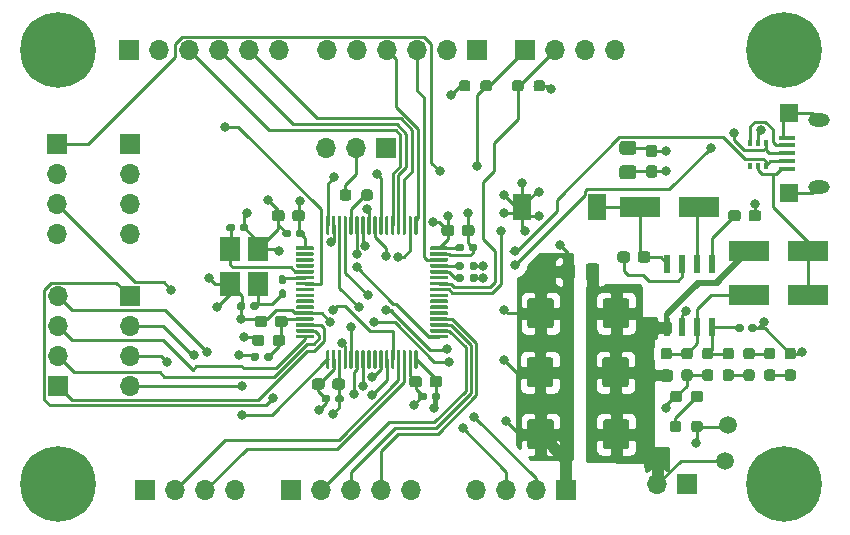
<source format=gbr>
%TF.GenerationSoftware,KiCad,Pcbnew,(5.1.7)-1*%
%TF.CreationDate,2020-11-01T11:20:17+05:30*%
%TF.ProjectId,stm 32 trial board5,73746d20-3332-4207-9472-69616c20626f,rev?*%
%TF.SameCoordinates,Original*%
%TF.FileFunction,Copper,L1,Top*%
%TF.FilePolarity,Positive*%
%FSLAX46Y46*%
G04 Gerber Fmt 4.6, Leading zero omitted, Abs format (unit mm)*
G04 Created by KiCad (PCBNEW (5.1.7)-1) date 2020-11-01 11:20:17*
%MOMM*%
%LPD*%
G01*
G04 APERTURE LIST*
%TA.AperFunction,SMDPad,CuDef*%
%ADD10C,1.500000*%
%TD*%
%TA.AperFunction,ComponentPad*%
%ADD11C,6.400000*%
%TD*%
%TA.AperFunction,ComponentPad*%
%ADD12C,0.800000*%
%TD*%
%TA.AperFunction,SMDPad,CuDef*%
%ADD13R,3.500000X1.800000*%
%TD*%
%TA.AperFunction,ComponentPad*%
%ADD14R,1.700000X1.700000*%
%TD*%
%TA.AperFunction,ComponentPad*%
%ADD15O,1.700000X1.700000*%
%TD*%
%TA.AperFunction,SMDPad,CuDef*%
%ADD16R,1.500000X2.200000*%
%TD*%
%TA.AperFunction,SMDPad,CuDef*%
%ADD17R,0.400000X0.500000*%
%TD*%
%TA.AperFunction,SMDPad,CuDef*%
%ADD18R,1.800000X2.100000*%
%TD*%
%TA.AperFunction,SMDPad,CuDef*%
%ADD19R,0.610000X1.600000*%
%TD*%
%TA.AperFunction,ComponentPad*%
%ADD20O,1.820000X1.120000*%
%TD*%
%TA.AperFunction,SMDPad,CuDef*%
%ADD21R,1.600000X1.500000*%
%TD*%
%TA.AperFunction,SMDPad,CuDef*%
%ADD22R,1.350000X0.400000*%
%TD*%
%TA.AperFunction,ViaPad*%
%ADD23C,0.800000*%
%TD*%
%TA.AperFunction,Conductor*%
%ADD24C,0.250000*%
%TD*%
%TA.AperFunction,Conductor*%
%ADD25C,1.000000*%
%TD*%
%TA.AperFunction,Conductor*%
%ADD26C,0.254000*%
%TD*%
%TA.AperFunction,Conductor*%
%ADD27C,0.100000*%
%TD*%
G04 APERTURE END LIST*
D10*
%TO.P,TP2,1*%
%TO.N,+3V3*%
X92700000Y-103000000D03*
%TD*%
D11*
%TO.P,H1,1*%
%TO.N,GND*%
X36000000Y-71250000D03*
D12*
X38400000Y-71250000D03*
X37697056Y-72947056D03*
X36000000Y-73650000D03*
X34302944Y-72947056D03*
X33600000Y-71250000D03*
X34302944Y-69552944D03*
X36000000Y-68850000D03*
X37697056Y-69552944D03*
%TD*%
%TO.P,C1,2*%
%TO.N,Net-(C1-Pad2)*%
%TA.AperFunction,SMDPad,CuDef*%
G36*
G01*
X85075000Y-88987500D02*
X85075000Y-88512500D01*
G75*
G02*
X85312500Y-88275000I237500J0D01*
G01*
X85912500Y-88275000D01*
G75*
G02*
X86150000Y-88512500I0J-237500D01*
G01*
X86150000Y-88987500D01*
G75*
G02*
X85912500Y-89225000I-237500J0D01*
G01*
X85312500Y-89225000D01*
G75*
G02*
X85075000Y-88987500I0J237500D01*
G01*
G37*
%TD.AperFunction*%
%TO.P,C1,1*%
%TO.N,Net-(C1-Pad1)*%
%TA.AperFunction,SMDPad,CuDef*%
G36*
G01*
X83350000Y-88987500D02*
X83350000Y-88512500D01*
G75*
G02*
X83587500Y-88275000I237500J0D01*
G01*
X84187500Y-88275000D01*
G75*
G02*
X84425000Y-88512500I0J-237500D01*
G01*
X84425000Y-88987500D01*
G75*
G02*
X84187500Y-89225000I-237500J0D01*
G01*
X83587500Y-89225000D01*
G75*
G02*
X83350000Y-88987500I0J237500D01*
G01*
G37*
%TD.AperFunction*%
%TD*%
%TO.P,C2,1*%
%TO.N,GND*%
%TA.AperFunction,SMDPad,CuDef*%
G36*
G01*
X86487500Y-82037500D02*
X86012500Y-82037500D01*
G75*
G02*
X85775000Y-81800000I0J237500D01*
G01*
X85775000Y-81200000D01*
G75*
G02*
X86012500Y-80962500I237500J0D01*
G01*
X86487500Y-80962500D01*
G75*
G02*
X86725000Y-81200000I0J-237500D01*
G01*
X86725000Y-81800000D01*
G75*
G02*
X86487500Y-82037500I-237500J0D01*
G01*
G37*
%TD.AperFunction*%
%TO.P,C2,2*%
%TO.N,+3V3*%
%TA.AperFunction,SMDPad,CuDef*%
G36*
G01*
X86487500Y-80312500D02*
X86012500Y-80312500D01*
G75*
G02*
X85775000Y-80075000I0J237500D01*
G01*
X85775000Y-79475000D01*
G75*
G02*
X86012500Y-79237500I237500J0D01*
G01*
X86487500Y-79237500D01*
G75*
G02*
X86725000Y-79475000I0J-237500D01*
G01*
X86725000Y-80075000D01*
G75*
G02*
X86487500Y-80312500I-237500J0D01*
G01*
G37*
%TD.AperFunction*%
%TD*%
%TO.P,C3,2*%
%TO.N,+3V3*%
%TA.AperFunction,SMDPad,CuDef*%
G36*
G01*
X84725000Y-80087500D02*
X83775000Y-80087500D01*
G75*
G02*
X83525000Y-79837500I0J250000D01*
G01*
X83525000Y-79162500D01*
G75*
G02*
X83775000Y-78912500I250000J0D01*
G01*
X84725000Y-78912500D01*
G75*
G02*
X84975000Y-79162500I0J-250000D01*
G01*
X84975000Y-79837500D01*
G75*
G02*
X84725000Y-80087500I-250000J0D01*
G01*
G37*
%TD.AperFunction*%
%TO.P,C3,1*%
%TO.N,GND*%
%TA.AperFunction,SMDPad,CuDef*%
G36*
G01*
X84725000Y-82162500D02*
X83775000Y-82162500D01*
G75*
G02*
X83525000Y-81912500I0J250000D01*
G01*
X83525000Y-81237500D01*
G75*
G02*
X83775000Y-80987500I250000J0D01*
G01*
X84725000Y-80987500D01*
G75*
G02*
X84975000Y-81237500I0J-250000D01*
G01*
X84975000Y-81912500D01*
G75*
G02*
X84725000Y-82162500I-250000J0D01*
G01*
G37*
%TD.AperFunction*%
%TD*%
%TO.P,C4,1*%
%TO.N,+3V3*%
%TA.AperFunction,SMDPad,CuDef*%
G36*
G01*
X95185000Y-94595000D02*
X95185000Y-94905000D01*
G75*
G02*
X95030000Y-95060000I-155000J0D01*
G01*
X94605000Y-95060000D01*
G75*
G02*
X94450000Y-94905000I0J155000D01*
G01*
X94450000Y-94595000D01*
G75*
G02*
X94605000Y-94440000I155000J0D01*
G01*
X95030000Y-94440000D01*
G75*
G02*
X95185000Y-94595000I0J-155000D01*
G01*
G37*
%TD.AperFunction*%
%TO.P,C4,2*%
%TO.N,Net-(C4-Pad2)*%
%TA.AperFunction,SMDPad,CuDef*%
G36*
G01*
X94050000Y-94595000D02*
X94050000Y-94905000D01*
G75*
G02*
X93895000Y-95060000I-155000J0D01*
G01*
X93470000Y-95060000D01*
G75*
G02*
X93315000Y-94905000I0J155000D01*
G01*
X93315000Y-94595000D01*
G75*
G02*
X93470000Y-94440000I155000J0D01*
G01*
X93895000Y-94440000D01*
G75*
G02*
X94050000Y-94595000I0J-155000D01*
G01*
G37*
%TD.AperFunction*%
%TD*%
%TO.P,C5,1*%
%TO.N,Vin*%
%TA.AperFunction,SMDPad,CuDef*%
G36*
G01*
X84375000Y-92474999D02*
X84375000Y-94525001D01*
G75*
G02*
X84125001Y-94775000I-249999J0D01*
G01*
X82374999Y-94775000D01*
G75*
G02*
X82125000Y-94525001I0J249999D01*
G01*
X82125000Y-92474999D01*
G75*
G02*
X82374999Y-92225000I249999J0D01*
G01*
X84125001Y-92225000D01*
G75*
G02*
X84375000Y-92474999I0J-249999D01*
G01*
G37*
%TD.AperFunction*%
%TO.P,C5,2*%
%TO.N,GND*%
%TA.AperFunction,SMDPad,CuDef*%
G36*
G01*
X77975000Y-92474999D02*
X77975000Y-94525001D01*
G75*
G02*
X77725001Y-94775000I-249999J0D01*
G01*
X75974999Y-94775000D01*
G75*
G02*
X75725000Y-94525001I0J249999D01*
G01*
X75725000Y-92474999D01*
G75*
G02*
X75974999Y-92225000I249999J0D01*
G01*
X77725001Y-92225000D01*
G75*
G02*
X77975000Y-92474999I0J-249999D01*
G01*
G37*
%TD.AperFunction*%
%TD*%
%TO.P,C6,2*%
%TO.N,GND*%
%TA.AperFunction,SMDPad,CuDef*%
G36*
G01*
X77925000Y-97474999D02*
X77925000Y-99525001D01*
G75*
G02*
X77675001Y-99775000I-249999J0D01*
G01*
X75924999Y-99775000D01*
G75*
G02*
X75675000Y-99525001I0J249999D01*
G01*
X75675000Y-97474999D01*
G75*
G02*
X75924999Y-97225000I249999J0D01*
G01*
X77675001Y-97225000D01*
G75*
G02*
X77925000Y-97474999I0J-249999D01*
G01*
G37*
%TD.AperFunction*%
%TO.P,C6,1*%
%TO.N,Vin*%
%TA.AperFunction,SMDPad,CuDef*%
G36*
G01*
X84325000Y-97474999D02*
X84325000Y-99525001D01*
G75*
G02*
X84075001Y-99775000I-249999J0D01*
G01*
X82324999Y-99775000D01*
G75*
G02*
X82075000Y-99525001I0J249999D01*
G01*
X82075000Y-97474999D01*
G75*
G02*
X82324999Y-97225000I249999J0D01*
G01*
X84075001Y-97225000D01*
G75*
G02*
X84325000Y-97474999I0J-249999D01*
G01*
G37*
%TD.AperFunction*%
%TD*%
%TO.P,C7,1*%
%TO.N,Vin*%
%TA.AperFunction,SMDPad,CuDef*%
G36*
G01*
X84375000Y-102724999D02*
X84375000Y-104775001D01*
G75*
G02*
X84125001Y-105025000I-249999J0D01*
G01*
X82374999Y-105025000D01*
G75*
G02*
X82125000Y-104775001I0J249999D01*
G01*
X82125000Y-102724999D01*
G75*
G02*
X82374999Y-102475000I249999J0D01*
G01*
X84125001Y-102475000D01*
G75*
G02*
X84375000Y-102724999I0J-249999D01*
G01*
G37*
%TD.AperFunction*%
%TO.P,C7,2*%
%TO.N,GND*%
%TA.AperFunction,SMDPad,CuDef*%
G36*
G01*
X77975000Y-102724999D02*
X77975000Y-104775001D01*
G75*
G02*
X77725001Y-105025000I-249999J0D01*
G01*
X75974999Y-105025000D01*
G75*
G02*
X75725000Y-104775001I0J249999D01*
G01*
X75725000Y-102724999D01*
G75*
G02*
X75974999Y-102475000I249999J0D01*
G01*
X77725001Y-102475000D01*
G75*
G02*
X77975000Y-102724999I0J-249999D01*
G01*
G37*
%TD.AperFunction*%
%TD*%
%TO.P,C8,1*%
%TO.N,Vin*%
%TA.AperFunction,SMDPad,CuDef*%
G36*
G01*
X81837500Y-89525000D02*
X81837500Y-90475000D01*
G75*
G02*
X81587500Y-90725000I-250000J0D01*
G01*
X80912500Y-90725000D01*
G75*
G02*
X80662500Y-90475000I0J250000D01*
G01*
X80662500Y-89525000D01*
G75*
G02*
X80912500Y-89275000I250000J0D01*
G01*
X81587500Y-89275000D01*
G75*
G02*
X81837500Y-89525000I0J-250000D01*
G01*
G37*
%TD.AperFunction*%
%TO.P,C8,2*%
%TO.N,GND*%
%TA.AperFunction,SMDPad,CuDef*%
G36*
G01*
X79762500Y-89525000D02*
X79762500Y-90475000D01*
G75*
G02*
X79512500Y-90725000I-250000J0D01*
G01*
X78837500Y-90725000D01*
G75*
G02*
X78587500Y-90475000I0J250000D01*
G01*
X78587500Y-89525000D01*
G75*
G02*
X78837500Y-89275000I250000J0D01*
G01*
X79512500Y-89275000D01*
G75*
G02*
X79762500Y-89525000I0J-250000D01*
G01*
G37*
%TD.AperFunction*%
%TD*%
%TO.P,C9,1*%
%TO.N,Net-(C9-Pad1)*%
%TA.AperFunction,SMDPad,CuDef*%
G36*
G01*
X92737500Y-85487500D02*
X92737500Y-85012500D01*
G75*
G02*
X92975000Y-84775000I237500J0D01*
G01*
X93575000Y-84775000D01*
G75*
G02*
X93812500Y-85012500I0J-237500D01*
G01*
X93812500Y-85487500D01*
G75*
G02*
X93575000Y-85725000I-237500J0D01*
G01*
X92975000Y-85725000D01*
G75*
G02*
X92737500Y-85487500I0J237500D01*
G01*
G37*
%TD.AperFunction*%
%TO.P,C9,2*%
%TO.N,GND*%
%TA.AperFunction,SMDPad,CuDef*%
G36*
G01*
X94462500Y-85487500D02*
X94462500Y-85012500D01*
G75*
G02*
X94700000Y-84775000I237500J0D01*
G01*
X95300000Y-84775000D01*
G75*
G02*
X95537500Y-85012500I0J-237500D01*
G01*
X95537500Y-85487500D01*
G75*
G02*
X95300000Y-85725000I-237500J0D01*
G01*
X94700000Y-85725000D01*
G75*
G02*
X94462500Y-85487500I0J237500D01*
G01*
G37*
%TD.AperFunction*%
%TD*%
%TO.P,C10,1*%
%TO.N,+3V3*%
%TA.AperFunction,SMDPad,CuDef*%
G36*
G01*
X68537500Y-99062500D02*
X68537500Y-99537500D01*
G75*
G02*
X68300000Y-99775000I-237500J0D01*
G01*
X67700000Y-99775000D01*
G75*
G02*
X67462500Y-99537500I0J237500D01*
G01*
X67462500Y-99062500D01*
G75*
G02*
X67700000Y-98825000I237500J0D01*
G01*
X68300000Y-98825000D01*
G75*
G02*
X68537500Y-99062500I0J-237500D01*
G01*
G37*
%TD.AperFunction*%
%TO.P,C10,2*%
%TO.N,GND*%
%TA.AperFunction,SMDPad,CuDef*%
G36*
G01*
X66812500Y-99062500D02*
X66812500Y-99537500D01*
G75*
G02*
X66575000Y-99775000I-237500J0D01*
G01*
X65975000Y-99775000D01*
G75*
G02*
X65737500Y-99537500I0J237500D01*
G01*
X65737500Y-99062500D01*
G75*
G02*
X65975000Y-98825000I237500J0D01*
G01*
X66575000Y-98825000D01*
G75*
G02*
X66812500Y-99062500I0J-237500D01*
G01*
G37*
%TD.AperFunction*%
%TD*%
%TO.P,C11,1*%
%TO.N,+3V3*%
%TA.AperFunction,SMDPad,CuDef*%
G36*
G01*
X68367500Y-100395000D02*
X68367500Y-100705000D01*
G75*
G02*
X68212500Y-100860000I-155000J0D01*
G01*
X67787500Y-100860000D01*
G75*
G02*
X67632500Y-100705000I0J155000D01*
G01*
X67632500Y-100395000D01*
G75*
G02*
X67787500Y-100240000I155000J0D01*
G01*
X68212500Y-100240000D01*
G75*
G02*
X68367500Y-100395000I0J-155000D01*
G01*
G37*
%TD.AperFunction*%
%TO.P,C11,2*%
%TO.N,GND*%
%TA.AperFunction,SMDPad,CuDef*%
G36*
G01*
X67232500Y-100395000D02*
X67232500Y-100705000D01*
G75*
G02*
X67077500Y-100860000I-155000J0D01*
G01*
X66652500Y-100860000D01*
G75*
G02*
X66497500Y-100705000I0J155000D01*
G01*
X66497500Y-100395000D01*
G75*
G02*
X66652500Y-100240000I155000J0D01*
G01*
X67077500Y-100240000D01*
G75*
G02*
X67232500Y-100395000I0J-155000D01*
G01*
G37*
%TD.AperFunction*%
%TD*%
%TO.P,C12,2*%
%TO.N,GND*%
%TA.AperFunction,SMDPad,CuDef*%
G36*
G01*
X55175000Y-85012500D02*
X55175000Y-85487500D01*
G75*
G02*
X54937500Y-85725000I-237500J0D01*
G01*
X54337500Y-85725000D01*
G75*
G02*
X54100000Y-85487500I0J237500D01*
G01*
X54100000Y-85012500D01*
G75*
G02*
X54337500Y-84775000I237500J0D01*
G01*
X54937500Y-84775000D01*
G75*
G02*
X55175000Y-85012500I0J-237500D01*
G01*
G37*
%TD.AperFunction*%
%TO.P,C12,1*%
%TO.N,+3V3*%
%TA.AperFunction,SMDPad,CuDef*%
G36*
G01*
X56900000Y-85012500D02*
X56900000Y-85487500D01*
G75*
G02*
X56662500Y-85725000I-237500J0D01*
G01*
X56062500Y-85725000D01*
G75*
G02*
X55825000Y-85487500I0J237500D01*
G01*
X55825000Y-85012500D01*
G75*
G02*
X56062500Y-84775000I237500J0D01*
G01*
X56662500Y-84775000D01*
G75*
G02*
X56900000Y-85012500I0J-237500D01*
G01*
G37*
%TD.AperFunction*%
%TD*%
%TO.P,C13,1*%
%TO.N,+3V3*%
%TA.AperFunction,SMDPad,CuDef*%
G36*
G01*
X56867500Y-86595000D02*
X56867500Y-86905000D01*
G75*
G02*
X56712500Y-87060000I-155000J0D01*
G01*
X56287500Y-87060000D01*
G75*
G02*
X56132500Y-86905000I0J155000D01*
G01*
X56132500Y-86595000D01*
G75*
G02*
X56287500Y-86440000I155000J0D01*
G01*
X56712500Y-86440000D01*
G75*
G02*
X56867500Y-86595000I0J-155000D01*
G01*
G37*
%TD.AperFunction*%
%TO.P,C13,2*%
%TO.N,GND*%
%TA.AperFunction,SMDPad,CuDef*%
G36*
G01*
X55732500Y-86595000D02*
X55732500Y-86905000D01*
G75*
G02*
X55577500Y-87060000I-155000J0D01*
G01*
X55152500Y-87060000D01*
G75*
G02*
X54997500Y-86905000I0J155000D01*
G01*
X54997500Y-86595000D01*
G75*
G02*
X55152500Y-86440000I155000J0D01*
G01*
X55577500Y-86440000D01*
G75*
G02*
X55732500Y-86595000I0J-155000D01*
G01*
G37*
%TD.AperFunction*%
%TD*%
%TO.P,C14,1*%
%TO.N,+3V3*%
%TA.AperFunction,SMDPad,CuDef*%
G36*
G01*
X60287500Y-99262500D02*
X60287500Y-99737500D01*
G75*
G02*
X60050000Y-99975000I-237500J0D01*
G01*
X59450000Y-99975000D01*
G75*
G02*
X59212500Y-99737500I0J237500D01*
G01*
X59212500Y-99262500D01*
G75*
G02*
X59450000Y-99025000I237500J0D01*
G01*
X60050000Y-99025000D01*
G75*
G02*
X60287500Y-99262500I0J-237500D01*
G01*
G37*
%TD.AperFunction*%
%TO.P,C14,2*%
%TO.N,GND*%
%TA.AperFunction,SMDPad,CuDef*%
G36*
G01*
X58562500Y-99262500D02*
X58562500Y-99737500D01*
G75*
G02*
X58325000Y-99975000I-237500J0D01*
G01*
X57725000Y-99975000D01*
G75*
G02*
X57487500Y-99737500I0J237500D01*
G01*
X57487500Y-99262500D01*
G75*
G02*
X57725000Y-99025000I237500J0D01*
G01*
X58325000Y-99025000D01*
G75*
G02*
X58562500Y-99262500I0J-237500D01*
G01*
G37*
%TD.AperFunction*%
%TD*%
%TO.P,C15,1*%
%TO.N,+3V3*%
%TA.AperFunction,SMDPad,CuDef*%
G36*
G01*
X60185000Y-100595000D02*
X60185000Y-100905000D01*
G75*
G02*
X60030000Y-101060000I-155000J0D01*
G01*
X59605000Y-101060000D01*
G75*
G02*
X59450000Y-100905000I0J155000D01*
G01*
X59450000Y-100595000D01*
G75*
G02*
X59605000Y-100440000I155000J0D01*
G01*
X60030000Y-100440000D01*
G75*
G02*
X60185000Y-100595000I0J-155000D01*
G01*
G37*
%TD.AperFunction*%
%TO.P,C15,2*%
%TO.N,GND*%
%TA.AperFunction,SMDPad,CuDef*%
G36*
G01*
X59050000Y-100595000D02*
X59050000Y-100905000D01*
G75*
G02*
X58895000Y-101060000I-155000J0D01*
G01*
X58470000Y-101060000D01*
G75*
G02*
X58315000Y-100905000I0J155000D01*
G01*
X58315000Y-100595000D01*
G75*
G02*
X58470000Y-100440000I155000J0D01*
G01*
X58895000Y-100440000D01*
G75*
G02*
X59050000Y-100595000I0J-155000D01*
G01*
G37*
%TD.AperFunction*%
%TD*%
%TO.P,C16,2*%
%TO.N,GND*%
%TA.AperFunction,SMDPad,CuDef*%
G36*
G01*
X70187500Y-86737500D02*
X70187500Y-86262500D01*
G75*
G02*
X70425000Y-86025000I237500J0D01*
G01*
X71025000Y-86025000D01*
G75*
G02*
X71262500Y-86262500I0J-237500D01*
G01*
X71262500Y-86737500D01*
G75*
G02*
X71025000Y-86975000I-237500J0D01*
G01*
X70425000Y-86975000D01*
G75*
G02*
X70187500Y-86737500I0J237500D01*
G01*
G37*
%TD.AperFunction*%
%TO.P,C16,1*%
%TO.N,+3V3*%
%TA.AperFunction,SMDPad,CuDef*%
G36*
G01*
X68462500Y-86737500D02*
X68462500Y-86262500D01*
G75*
G02*
X68700000Y-86025000I237500J0D01*
G01*
X69300000Y-86025000D01*
G75*
G02*
X69537500Y-86262500I0J-237500D01*
G01*
X69537500Y-86737500D01*
G75*
G02*
X69300000Y-86975000I-237500J0D01*
G01*
X68700000Y-86975000D01*
G75*
G02*
X68462500Y-86737500I0J237500D01*
G01*
G37*
%TD.AperFunction*%
%TD*%
%TO.P,C17,2*%
%TO.N,GND*%
%TA.AperFunction,SMDPad,CuDef*%
G36*
G01*
X70767500Y-88105000D02*
X70767500Y-87795000D01*
G75*
G02*
X70922500Y-87640000I155000J0D01*
G01*
X71347500Y-87640000D01*
G75*
G02*
X71502500Y-87795000I0J-155000D01*
G01*
X71502500Y-88105000D01*
G75*
G02*
X71347500Y-88260000I-155000J0D01*
G01*
X70922500Y-88260000D01*
G75*
G02*
X70767500Y-88105000I0J155000D01*
G01*
G37*
%TD.AperFunction*%
%TO.P,C17,1*%
%TO.N,+3V3*%
%TA.AperFunction,SMDPad,CuDef*%
G36*
G01*
X69632500Y-88105000D02*
X69632500Y-87795000D01*
G75*
G02*
X69787500Y-87640000I155000J0D01*
G01*
X70212500Y-87640000D01*
G75*
G02*
X70367500Y-87795000I0J-155000D01*
G01*
X70367500Y-88105000D01*
G75*
G02*
X70212500Y-88260000I-155000J0D01*
G01*
X69787500Y-88260000D01*
G75*
G02*
X69632500Y-88105000I0J155000D01*
G01*
G37*
%TD.AperFunction*%
%TD*%
%TO.P,C18,2*%
%TO.N,GND*%
%TA.AperFunction,SMDPad,CuDef*%
G36*
G01*
X53712500Y-93962500D02*
X53712500Y-94437500D01*
G75*
G02*
X53475000Y-94675000I-237500J0D01*
G01*
X52875000Y-94675000D01*
G75*
G02*
X52637500Y-94437500I0J237500D01*
G01*
X52637500Y-93962500D01*
G75*
G02*
X52875000Y-93725000I237500J0D01*
G01*
X53475000Y-93725000D01*
G75*
G02*
X53712500Y-93962500I0J-237500D01*
G01*
G37*
%TD.AperFunction*%
%TO.P,C18,1*%
%TO.N,+3.3VA*%
%TA.AperFunction,SMDPad,CuDef*%
G36*
G01*
X55437500Y-93962500D02*
X55437500Y-94437500D01*
G75*
G02*
X55200000Y-94675000I-237500J0D01*
G01*
X54600000Y-94675000D01*
G75*
G02*
X54362500Y-94437500I0J237500D01*
G01*
X54362500Y-93962500D01*
G75*
G02*
X54600000Y-93725000I237500J0D01*
G01*
X55200000Y-93725000D01*
G75*
G02*
X55437500Y-93962500I0J-237500D01*
G01*
G37*
%TD.AperFunction*%
%TD*%
%TO.P,C19,2*%
%TO.N,GND*%
%TA.AperFunction,SMDPad,CuDef*%
G36*
G01*
X53032500Y-97045000D02*
X53032500Y-97355000D01*
G75*
G02*
X52877500Y-97510000I-155000J0D01*
G01*
X52452500Y-97510000D01*
G75*
G02*
X52297500Y-97355000I0J155000D01*
G01*
X52297500Y-97045000D01*
G75*
G02*
X52452500Y-96890000I155000J0D01*
G01*
X52877500Y-96890000D01*
G75*
G02*
X53032500Y-97045000I0J-155000D01*
G01*
G37*
%TD.AperFunction*%
%TO.P,C19,1*%
%TO.N,+3.3VA*%
%TA.AperFunction,SMDPad,CuDef*%
G36*
G01*
X54167500Y-97045000D02*
X54167500Y-97355000D01*
G75*
G02*
X54012500Y-97510000I-155000J0D01*
G01*
X53587500Y-97510000D01*
G75*
G02*
X53432500Y-97355000I0J155000D01*
G01*
X53432500Y-97045000D01*
G75*
G02*
X53587500Y-96890000I155000J0D01*
G01*
X54012500Y-96890000D01*
G75*
G02*
X54167500Y-97045000I0J-155000D01*
G01*
G37*
%TD.AperFunction*%
%TD*%
%TO.P,C20,2*%
%TO.N,GND*%
%TA.AperFunction,SMDPad,CuDef*%
G36*
G01*
X51382500Y-86405000D02*
X51382500Y-86095000D01*
G75*
G02*
X51537500Y-85940000I155000J0D01*
G01*
X51962500Y-85940000D01*
G75*
G02*
X52117500Y-86095000I0J-155000D01*
G01*
X52117500Y-86405000D01*
G75*
G02*
X51962500Y-86560000I-155000J0D01*
G01*
X51537500Y-86560000D01*
G75*
G02*
X51382500Y-86405000I0J155000D01*
G01*
G37*
%TD.AperFunction*%
%TO.P,C20,1*%
%TO.N,HSE_IN*%
%TA.AperFunction,SMDPad,CuDef*%
G36*
G01*
X50247500Y-86405000D02*
X50247500Y-86095000D01*
G75*
G02*
X50402500Y-85940000I155000J0D01*
G01*
X50827500Y-85940000D01*
G75*
G02*
X50982500Y-86095000I0J-155000D01*
G01*
X50982500Y-86405000D01*
G75*
G02*
X50827500Y-86560000I-155000J0D01*
G01*
X50402500Y-86560000D01*
G75*
G02*
X50247500Y-86405000I0J155000D01*
G01*
G37*
%TD.AperFunction*%
%TD*%
%TO.P,C21,2*%
%TO.N,GND*%
%TA.AperFunction,SMDPad,CuDef*%
G36*
G01*
X51867500Y-92745000D02*
X51867500Y-93055000D01*
G75*
G02*
X51712500Y-93210000I-155000J0D01*
G01*
X51287500Y-93210000D01*
G75*
G02*
X51132500Y-93055000I0J155000D01*
G01*
X51132500Y-92745000D01*
G75*
G02*
X51287500Y-92590000I155000J0D01*
G01*
X51712500Y-92590000D01*
G75*
G02*
X51867500Y-92745000I0J-155000D01*
G01*
G37*
%TD.AperFunction*%
%TO.P,C21,1*%
%TO.N,Net-(C21-Pad1)*%
%TA.AperFunction,SMDPad,CuDef*%
G36*
G01*
X53002500Y-92745000D02*
X53002500Y-93055000D01*
G75*
G02*
X52847500Y-93210000I-155000J0D01*
G01*
X52422500Y-93210000D01*
G75*
G02*
X52267500Y-93055000I0J155000D01*
G01*
X52267500Y-92745000D01*
G75*
G02*
X52422500Y-92590000I155000J0D01*
G01*
X52847500Y-92590000D01*
G75*
G02*
X53002500Y-92745000I0J-155000D01*
G01*
G37*
%TD.AperFunction*%
%TD*%
D13*
%TO.P,D1,2*%
%TO.N,+5V*%
X99500000Y-88250000D03*
%TO.P,D1,1*%
%TO.N,Vin*%
X94500000Y-88250000D03*
%TD*%
%TO.P,D2,1*%
%TO.N,Net-(C1-Pad2)*%
X85250000Y-84500000D03*
%TO.P,D2,2*%
%TO.N,Net-(D2-Pad2)*%
X90250000Y-84500000D03*
%TD*%
%TO.P,D3,1*%
%TO.N,Net-(D3-Pad1)*%
X94500000Y-92000000D03*
%TO.P,D3,2*%
%TO.N,+5V*%
X99500000Y-92000000D03*
%TD*%
D12*
%TO.P,H2,1*%
%TO.N,GND*%
X37697056Y-106302944D03*
X36000000Y-105600000D03*
X34302944Y-106302944D03*
X33600000Y-108000000D03*
X34302944Y-109697056D03*
X36000000Y-110400000D03*
X37697056Y-109697056D03*
X38400000Y-108000000D03*
D11*
X36000000Y-108000000D03*
%TD*%
%TO.P,H3,1*%
%TO.N,GND*%
X97500000Y-71250000D03*
D12*
X99900000Y-71250000D03*
X99197056Y-72947056D03*
X97500000Y-73650000D03*
X95802944Y-72947056D03*
X95100000Y-71250000D03*
X95802944Y-69552944D03*
X97500000Y-68850000D03*
X99197056Y-69552944D03*
%TD*%
%TO.P,H4,1*%
%TO.N,GND*%
X99197056Y-106302944D03*
X97500000Y-105600000D03*
X95802944Y-106302944D03*
X95100000Y-108000000D03*
X95802944Y-109697056D03*
X97500000Y-110400000D03*
X99197056Y-109697056D03*
X99900000Y-108000000D03*
D11*
X97500000Y-108000000D03*
%TD*%
D14*
%TO.P,J2,1*%
%TO.N,GND*%
X89290000Y-108000000D03*
D15*
%TO.P,J2,2*%
%TO.N,Vin*%
X86750000Y-108000000D03*
%TD*%
D14*
%TO.P,J6,1*%
%TO.N,I2C3_CLK*%
X75500000Y-71250000D03*
D15*
%TO.P,J6,2*%
%TO.N,I2C3_SDA*%
X78040000Y-71250000D03*
%TO.P,J6,3*%
%TO.N,GND*%
X80580000Y-71250000D03*
%TO.P,J6,4*%
%TO.N,+3V3*%
X83120000Y-71250000D03*
%TD*%
D14*
%TO.P,J7,1*%
%TO.N,GND*%
X43380000Y-108500000D03*
D15*
%TO.P,J7,2*%
%TO.N,USART3_TX*%
X45920000Y-108500000D03*
%TO.P,J7,3*%
%TO.N,USART3_RX*%
X48460000Y-108500000D03*
%TO.P,J7,4*%
%TO.N,+3V3*%
X51000000Y-108500000D03*
%TD*%
%TO.P,J8,4*%
%TO.N,+3V3*%
X71380000Y-108500000D03*
%TO.P,J8,3*%
%TO.N,CAN_TX*%
X73920000Y-108500000D03*
%TO.P,J8,2*%
%TO.N,CAN_RX*%
X76460000Y-108500000D03*
D14*
%TO.P,J8,1*%
%TO.N,GND*%
X79000000Y-108500000D03*
%TD*%
D16*
%TO.P,L1,1*%
%TO.N,Net-(C1-Pad2)*%
X81650000Y-84500000D03*
%TO.P,L1,2*%
%TO.N,+3V3*%
X75250000Y-84500000D03*
%TD*%
%TO.P,L2,1*%
%TO.N,+3V3*%
%TA.AperFunction,SMDPad,CuDef*%
G36*
G01*
X52425000Y-96037500D02*
X52425000Y-95562500D01*
G75*
G02*
X52662500Y-95325000I237500J0D01*
G01*
X53237500Y-95325000D01*
G75*
G02*
X53475000Y-95562500I0J-237500D01*
G01*
X53475000Y-96037500D01*
G75*
G02*
X53237500Y-96275000I-237500J0D01*
G01*
X52662500Y-96275000D01*
G75*
G02*
X52425000Y-96037500I0J237500D01*
G01*
G37*
%TD.AperFunction*%
%TO.P,L2,2*%
%TO.N,+3.3VA*%
%TA.AperFunction,SMDPad,CuDef*%
G36*
G01*
X54175000Y-96037500D02*
X54175000Y-95562500D01*
G75*
G02*
X54412500Y-95325000I237500J0D01*
G01*
X54987500Y-95325000D01*
G75*
G02*
X55225000Y-95562500I0J-237500D01*
G01*
X55225000Y-96037500D01*
G75*
G02*
X54987500Y-96275000I-237500J0D01*
G01*
X54412500Y-96275000D01*
G75*
G02*
X54175000Y-96037500I0J237500D01*
G01*
G37*
%TD.AperFunction*%
%TD*%
%TO.P,R1,2*%
%TO.N,Vin*%
%TA.AperFunction,SMDPad,CuDef*%
G36*
G01*
X87262500Y-98262500D02*
X87737500Y-98262500D01*
G75*
G02*
X87975000Y-98500000I0J-237500D01*
G01*
X87975000Y-99000000D01*
G75*
G02*
X87737500Y-99237500I-237500J0D01*
G01*
X87262500Y-99237500D01*
G75*
G02*
X87025000Y-99000000I0J237500D01*
G01*
X87025000Y-98500000D01*
G75*
G02*
X87262500Y-98262500I237500J0D01*
G01*
G37*
%TD.AperFunction*%
%TO.P,R1,1*%
%TO.N,Net-(D3-Pad1)*%
%TA.AperFunction,SMDPad,CuDef*%
G36*
G01*
X87262500Y-96437500D02*
X87737500Y-96437500D01*
G75*
G02*
X87975000Y-96675000I0J-237500D01*
G01*
X87975000Y-97175000D01*
G75*
G02*
X87737500Y-97412500I-237500J0D01*
G01*
X87262500Y-97412500D01*
G75*
G02*
X87025000Y-97175000I0J237500D01*
G01*
X87025000Y-96675000D01*
G75*
G02*
X87262500Y-96437500I237500J0D01*
G01*
G37*
%TD.AperFunction*%
%TD*%
%TO.P,R2,1*%
%TO.N,Net-(R2-Pad1)*%
%TA.AperFunction,SMDPad,CuDef*%
G36*
G01*
X98237500Y-99237500D02*
X97762500Y-99237500D01*
G75*
G02*
X97525000Y-99000000I0J237500D01*
G01*
X97525000Y-98500000D01*
G75*
G02*
X97762500Y-98262500I237500J0D01*
G01*
X98237500Y-98262500D01*
G75*
G02*
X98475000Y-98500000I0J-237500D01*
G01*
X98475000Y-99000000D01*
G75*
G02*
X98237500Y-99237500I-237500J0D01*
G01*
G37*
%TD.AperFunction*%
%TO.P,R2,2*%
%TO.N,+3V3*%
%TA.AperFunction,SMDPad,CuDef*%
G36*
G01*
X98237500Y-97412500D02*
X97762500Y-97412500D01*
G75*
G02*
X97525000Y-97175000I0J237500D01*
G01*
X97525000Y-96675000D01*
G75*
G02*
X97762500Y-96437500I237500J0D01*
G01*
X98237500Y-96437500D01*
G75*
G02*
X98475000Y-96675000I0J-237500D01*
G01*
X98475000Y-97175000D01*
G75*
G02*
X98237500Y-97412500I-237500J0D01*
G01*
G37*
%TD.AperFunction*%
%TD*%
%TO.P,R3,2*%
%TO.N,Net-(R3-Pad2)*%
%TA.AperFunction,SMDPad,CuDef*%
G36*
G01*
X96487500Y-97412500D02*
X96012500Y-97412500D01*
G75*
G02*
X95775000Y-97175000I0J237500D01*
G01*
X95775000Y-96675000D01*
G75*
G02*
X96012500Y-96437500I237500J0D01*
G01*
X96487500Y-96437500D01*
G75*
G02*
X96725000Y-96675000I0J-237500D01*
G01*
X96725000Y-97175000D01*
G75*
G02*
X96487500Y-97412500I-237500J0D01*
G01*
G37*
%TD.AperFunction*%
%TO.P,R3,1*%
%TO.N,Net-(R2-Pad1)*%
%TA.AperFunction,SMDPad,CuDef*%
G36*
G01*
X96487500Y-99237500D02*
X96012500Y-99237500D01*
G75*
G02*
X95775000Y-99000000I0J237500D01*
G01*
X95775000Y-98500000D01*
G75*
G02*
X96012500Y-98262500I237500J0D01*
G01*
X96487500Y-98262500D01*
G75*
G02*
X96725000Y-98500000I0J-237500D01*
G01*
X96725000Y-99000000D01*
G75*
G02*
X96487500Y-99237500I-237500J0D01*
G01*
G37*
%TD.AperFunction*%
%TD*%
%TO.P,R4,2*%
%TO.N,Net-(R3-Pad2)*%
%TA.AperFunction,SMDPad,CuDef*%
G36*
G01*
X94737500Y-97412500D02*
X94262500Y-97412500D01*
G75*
G02*
X94025000Y-97175000I0J237500D01*
G01*
X94025000Y-96675000D01*
G75*
G02*
X94262500Y-96437500I237500J0D01*
G01*
X94737500Y-96437500D01*
G75*
G02*
X94975000Y-96675000I0J-237500D01*
G01*
X94975000Y-97175000D01*
G75*
G02*
X94737500Y-97412500I-237500J0D01*
G01*
G37*
%TD.AperFunction*%
%TO.P,R4,1*%
%TO.N,Net-(R4-Pad1)*%
%TA.AperFunction,SMDPad,CuDef*%
G36*
G01*
X94737500Y-99237500D02*
X94262500Y-99237500D01*
G75*
G02*
X94025000Y-99000000I0J237500D01*
G01*
X94025000Y-98500000D01*
G75*
G02*
X94262500Y-98262500I237500J0D01*
G01*
X94737500Y-98262500D01*
G75*
G02*
X94975000Y-98500000I0J-237500D01*
G01*
X94975000Y-99000000D01*
G75*
G02*
X94737500Y-99237500I-237500J0D01*
G01*
G37*
%TD.AperFunction*%
%TD*%
%TO.P,R5,1*%
%TO.N,Net-(R4-Pad1)*%
%TA.AperFunction,SMDPad,CuDef*%
G36*
G01*
X92987500Y-99237500D02*
X92512500Y-99237500D01*
G75*
G02*
X92275000Y-99000000I0J237500D01*
G01*
X92275000Y-98500000D01*
G75*
G02*
X92512500Y-98262500I237500J0D01*
G01*
X92987500Y-98262500D01*
G75*
G02*
X93225000Y-98500000I0J-237500D01*
G01*
X93225000Y-99000000D01*
G75*
G02*
X92987500Y-99237500I-237500J0D01*
G01*
G37*
%TD.AperFunction*%
%TO.P,R5,2*%
%TO.N,Net-(C4-Pad2)*%
%TA.AperFunction,SMDPad,CuDef*%
G36*
G01*
X92987500Y-97412500D02*
X92512500Y-97412500D01*
G75*
G02*
X92275000Y-97175000I0J237500D01*
G01*
X92275000Y-96675000D01*
G75*
G02*
X92512500Y-96437500I237500J0D01*
G01*
X92987500Y-96437500D01*
G75*
G02*
X93225000Y-96675000I0J-237500D01*
G01*
X93225000Y-97175000D01*
G75*
G02*
X92987500Y-97412500I-237500J0D01*
G01*
G37*
%TD.AperFunction*%
%TD*%
%TO.P,R6,2*%
%TO.N,Net-(C4-Pad2)*%
%TA.AperFunction,SMDPad,CuDef*%
G36*
G01*
X91237500Y-97412500D02*
X90762500Y-97412500D01*
G75*
G02*
X90525000Y-97175000I0J237500D01*
G01*
X90525000Y-96675000D01*
G75*
G02*
X90762500Y-96437500I237500J0D01*
G01*
X91237500Y-96437500D01*
G75*
G02*
X91475000Y-96675000I0J-237500D01*
G01*
X91475000Y-97175000D01*
G75*
G02*
X91237500Y-97412500I-237500J0D01*
G01*
G37*
%TD.AperFunction*%
%TO.P,R6,1*%
%TO.N,GND*%
%TA.AperFunction,SMDPad,CuDef*%
G36*
G01*
X91237500Y-99237500D02*
X90762500Y-99237500D01*
G75*
G02*
X90525000Y-99000000I0J237500D01*
G01*
X90525000Y-98500000D01*
G75*
G02*
X90762500Y-98262500I237500J0D01*
G01*
X91237500Y-98262500D01*
G75*
G02*
X91475000Y-98500000I0J-237500D01*
G01*
X91475000Y-99000000D01*
G75*
G02*
X91237500Y-99237500I-237500J0D01*
G01*
G37*
%TD.AperFunction*%
%TD*%
%TO.P,R7,1*%
%TO.N,GND*%
%TA.AperFunction,SMDPad,CuDef*%
G36*
G01*
X89487500Y-99237500D02*
X89012500Y-99237500D01*
G75*
G02*
X88775000Y-99000000I0J237500D01*
G01*
X88775000Y-98500000D01*
G75*
G02*
X89012500Y-98262500I237500J0D01*
G01*
X89487500Y-98262500D01*
G75*
G02*
X89725000Y-98500000I0J-237500D01*
G01*
X89725000Y-99000000D01*
G75*
G02*
X89487500Y-99237500I-237500J0D01*
G01*
G37*
%TD.AperFunction*%
%TO.P,R7,2*%
%TO.N,Net-(D3-Pad1)*%
%TA.AperFunction,SMDPad,CuDef*%
G36*
G01*
X89487500Y-97412500D02*
X89012500Y-97412500D01*
G75*
G02*
X88775000Y-97175000I0J237500D01*
G01*
X88775000Y-96675000D01*
G75*
G02*
X89012500Y-96437500I237500J0D01*
G01*
X89487500Y-96437500D01*
G75*
G02*
X89725000Y-96675000I0J-237500D01*
G01*
X89725000Y-97175000D01*
G75*
G02*
X89487500Y-97412500I-237500J0D01*
G01*
G37*
%TD.AperFunction*%
%TD*%
%TO.P,R8,2*%
%TO.N,DM*%
%TA.AperFunction,SMDPad,CuDef*%
G36*
G01*
X70837500Y-90660000D02*
X70837500Y-90340000D01*
G75*
G02*
X70997500Y-90180000I160000J0D01*
G01*
X71392500Y-90180000D01*
G75*
G02*
X71552500Y-90340000I0J-160000D01*
G01*
X71552500Y-90660000D01*
G75*
G02*
X71392500Y-90820000I-160000J0D01*
G01*
X70997500Y-90820000D01*
G75*
G02*
X70837500Y-90660000I0J160000D01*
G01*
G37*
%TD.AperFunction*%
%TO.P,R8,1*%
%TO.N,Net-(R8-Pad1)*%
%TA.AperFunction,SMDPad,CuDef*%
G36*
G01*
X69642500Y-90660000D02*
X69642500Y-90340000D01*
G75*
G02*
X69802500Y-90180000I160000J0D01*
G01*
X70197500Y-90180000D01*
G75*
G02*
X70357500Y-90340000I0J-160000D01*
G01*
X70357500Y-90660000D01*
G75*
G02*
X70197500Y-90820000I-160000J0D01*
G01*
X69802500Y-90820000D01*
G75*
G02*
X69642500Y-90660000I0J160000D01*
G01*
G37*
%TD.AperFunction*%
%TD*%
%TO.P,R9,1*%
%TO.N,Net-(R9-Pad1)*%
%TA.AperFunction,SMDPad,CuDef*%
G36*
G01*
X69642500Y-89660000D02*
X69642500Y-89340000D01*
G75*
G02*
X69802500Y-89180000I160000J0D01*
G01*
X70197500Y-89180000D01*
G75*
G02*
X70357500Y-89340000I0J-160000D01*
G01*
X70357500Y-89660000D01*
G75*
G02*
X70197500Y-89820000I-160000J0D01*
G01*
X69802500Y-89820000D01*
G75*
G02*
X69642500Y-89660000I0J160000D01*
G01*
G37*
%TD.AperFunction*%
%TO.P,R9,2*%
%TO.N,DP*%
%TA.AperFunction,SMDPad,CuDef*%
G36*
G01*
X70837500Y-89660000D02*
X70837500Y-89340000D01*
G75*
G02*
X70997500Y-89180000I160000J0D01*
G01*
X71392500Y-89180000D01*
G75*
G02*
X71552500Y-89340000I0J-160000D01*
G01*
X71552500Y-89660000D01*
G75*
G02*
X71392500Y-89820000I-160000J0D01*
G01*
X70997500Y-89820000D01*
G75*
G02*
X70837500Y-89660000I0J160000D01*
G01*
G37*
%TD.AperFunction*%
%TD*%
%TO.P,R10,1*%
%TO.N,HSE_OUT*%
%TA.AperFunction,SMDPad,CuDef*%
G36*
G01*
X54840000Y-90295000D02*
X55160000Y-90295000D01*
G75*
G02*
X55320000Y-90455000I0J-160000D01*
G01*
X55320000Y-90850000D01*
G75*
G02*
X55160000Y-91010000I-160000J0D01*
G01*
X54840000Y-91010000D01*
G75*
G02*
X54680000Y-90850000I0J160000D01*
G01*
X54680000Y-90455000D01*
G75*
G02*
X54840000Y-90295000I160000J0D01*
G01*
G37*
%TD.AperFunction*%
%TO.P,R10,2*%
%TO.N,Net-(C21-Pad1)*%
%TA.AperFunction,SMDPad,CuDef*%
G36*
G01*
X54840000Y-91490000D02*
X55160000Y-91490000D01*
G75*
G02*
X55320000Y-91650000I0J-160000D01*
G01*
X55320000Y-92045000D01*
G75*
G02*
X55160000Y-92205000I-160000J0D01*
G01*
X54840000Y-92205000D01*
G75*
G02*
X54680000Y-92045000I0J160000D01*
G01*
X54680000Y-91650000D01*
G75*
G02*
X54840000Y-91490000I160000J0D01*
G01*
G37*
%TD.AperFunction*%
%TD*%
%TO.P,R11,2*%
%TO.N,I2C3_SDA*%
%TA.AperFunction,SMDPad,CuDef*%
G36*
G01*
X75412500Y-74012500D02*
X75412500Y-74487500D01*
G75*
G02*
X75175000Y-74725000I-237500J0D01*
G01*
X74675000Y-74725000D01*
G75*
G02*
X74437500Y-74487500I0J237500D01*
G01*
X74437500Y-74012500D01*
G75*
G02*
X74675000Y-73775000I237500J0D01*
G01*
X75175000Y-73775000D01*
G75*
G02*
X75412500Y-74012500I0J-237500D01*
G01*
G37*
%TD.AperFunction*%
%TO.P,R11,1*%
%TO.N,+3V3*%
%TA.AperFunction,SMDPad,CuDef*%
G36*
G01*
X77237500Y-74012500D02*
X77237500Y-74487500D01*
G75*
G02*
X77000000Y-74725000I-237500J0D01*
G01*
X76500000Y-74725000D01*
G75*
G02*
X76262500Y-74487500I0J237500D01*
G01*
X76262500Y-74012500D01*
G75*
G02*
X76500000Y-73775000I237500J0D01*
G01*
X77000000Y-73775000D01*
G75*
G02*
X77237500Y-74012500I0J-237500D01*
G01*
G37*
%TD.AperFunction*%
%TD*%
%TO.P,R12,1*%
%TO.N,+3V3*%
%TA.AperFunction,SMDPad,CuDef*%
G36*
G01*
X69937500Y-74487500D02*
X69937500Y-74012500D01*
G75*
G02*
X70175000Y-73775000I237500J0D01*
G01*
X70675000Y-73775000D01*
G75*
G02*
X70912500Y-74012500I0J-237500D01*
G01*
X70912500Y-74487500D01*
G75*
G02*
X70675000Y-74725000I-237500J0D01*
G01*
X70175000Y-74725000D01*
G75*
G02*
X69937500Y-74487500I0J237500D01*
G01*
G37*
%TD.AperFunction*%
%TO.P,R12,2*%
%TO.N,I2C3_CLK*%
%TA.AperFunction,SMDPad,CuDef*%
G36*
G01*
X71762500Y-74487500D02*
X71762500Y-74012500D01*
G75*
G02*
X72000000Y-73775000I237500J0D01*
G01*
X72500000Y-73775000D01*
G75*
G02*
X72737500Y-74012500I0J-237500D01*
G01*
X72737500Y-74487500D01*
G75*
G02*
X72500000Y-74725000I-237500J0D01*
G01*
X72000000Y-74725000D01*
G75*
G02*
X71762500Y-74487500I0J237500D01*
G01*
G37*
%TD.AperFunction*%
%TD*%
%TO.P,R14,1*%
%TO.N,Net-(J13-Pad2)*%
%TA.AperFunction,SMDPad,CuDef*%
G36*
G01*
X59850000Y-83737500D02*
X59850000Y-83262500D01*
G75*
G02*
X60087500Y-83025000I237500J0D01*
G01*
X60587500Y-83025000D01*
G75*
G02*
X60825000Y-83262500I0J-237500D01*
G01*
X60825000Y-83737500D01*
G75*
G02*
X60587500Y-83975000I-237500J0D01*
G01*
X60087500Y-83975000D01*
G75*
G02*
X59850000Y-83737500I0J237500D01*
G01*
G37*
%TD.AperFunction*%
%TO.P,R14,2*%
%TO.N,boot0*%
%TA.AperFunction,SMDPad,CuDef*%
G36*
G01*
X61675000Y-83737500D02*
X61675000Y-83262500D01*
G75*
G02*
X61912500Y-83025000I237500J0D01*
G01*
X62412500Y-83025000D01*
G75*
G02*
X62650000Y-83262500I0J-237500D01*
G01*
X62650000Y-83737500D01*
G75*
G02*
X62412500Y-83975000I-237500J0D01*
G01*
X61912500Y-83975000D01*
G75*
G02*
X61675000Y-83737500I0J237500D01*
G01*
G37*
%TD.AperFunction*%
%TD*%
%TO.P,U2,1*%
%TO.N,+3V3*%
%TA.AperFunction,SMDPad,CuDef*%
G36*
G01*
X56125000Y-88065000D02*
X56125000Y-87915000D01*
G75*
G02*
X56200000Y-87840000I75000J0D01*
G01*
X57600000Y-87840000D01*
G75*
G02*
X57675000Y-87915000I0J-75000D01*
G01*
X57675000Y-88065000D01*
G75*
G02*
X57600000Y-88140000I-75000J0D01*
G01*
X56200000Y-88140000D01*
G75*
G02*
X56125000Y-88065000I0J75000D01*
G01*
G37*
%TD.AperFunction*%
%TO.P,U2,2*%
%TO.N,Net-(U2-Pad2)*%
%TA.AperFunction,SMDPad,CuDef*%
G36*
G01*
X56125000Y-88565000D02*
X56125000Y-88415000D01*
G75*
G02*
X56200000Y-88340000I75000J0D01*
G01*
X57600000Y-88340000D01*
G75*
G02*
X57675000Y-88415000I0J-75000D01*
G01*
X57675000Y-88565000D01*
G75*
G02*
X57600000Y-88640000I-75000J0D01*
G01*
X56200000Y-88640000D01*
G75*
G02*
X56125000Y-88565000I0J75000D01*
G01*
G37*
%TD.AperFunction*%
%TO.P,U2,3*%
%TO.N,Net-(U2-Pad3)*%
%TA.AperFunction,SMDPad,CuDef*%
G36*
G01*
X56125000Y-89065000D02*
X56125000Y-88915000D01*
G75*
G02*
X56200000Y-88840000I75000J0D01*
G01*
X57600000Y-88840000D01*
G75*
G02*
X57675000Y-88915000I0J-75000D01*
G01*
X57675000Y-89065000D01*
G75*
G02*
X57600000Y-89140000I-75000J0D01*
G01*
X56200000Y-89140000D01*
G75*
G02*
X56125000Y-89065000I0J75000D01*
G01*
G37*
%TD.AperFunction*%
%TO.P,U2,4*%
%TO.N,Net-(U2-Pad4)*%
%TA.AperFunction,SMDPad,CuDef*%
G36*
G01*
X56125000Y-89565000D02*
X56125000Y-89415000D01*
G75*
G02*
X56200000Y-89340000I75000J0D01*
G01*
X57600000Y-89340000D01*
G75*
G02*
X57675000Y-89415000I0J-75000D01*
G01*
X57675000Y-89565000D01*
G75*
G02*
X57600000Y-89640000I-75000J0D01*
G01*
X56200000Y-89640000D01*
G75*
G02*
X56125000Y-89565000I0J75000D01*
G01*
G37*
%TD.AperFunction*%
%TO.P,U2,5*%
%TO.N,HSE_IN*%
%TA.AperFunction,SMDPad,CuDef*%
G36*
G01*
X56125000Y-90065000D02*
X56125000Y-89915000D01*
G75*
G02*
X56200000Y-89840000I75000J0D01*
G01*
X57600000Y-89840000D01*
G75*
G02*
X57675000Y-89915000I0J-75000D01*
G01*
X57675000Y-90065000D01*
G75*
G02*
X57600000Y-90140000I-75000J0D01*
G01*
X56200000Y-90140000D01*
G75*
G02*
X56125000Y-90065000I0J75000D01*
G01*
G37*
%TD.AperFunction*%
%TO.P,U2,6*%
%TO.N,HSE_OUT*%
%TA.AperFunction,SMDPad,CuDef*%
G36*
G01*
X56125000Y-90565000D02*
X56125000Y-90415000D01*
G75*
G02*
X56200000Y-90340000I75000J0D01*
G01*
X57600000Y-90340000D01*
G75*
G02*
X57675000Y-90415000I0J-75000D01*
G01*
X57675000Y-90565000D01*
G75*
G02*
X57600000Y-90640000I-75000J0D01*
G01*
X56200000Y-90640000D01*
G75*
G02*
X56125000Y-90565000I0J75000D01*
G01*
G37*
%TD.AperFunction*%
%TO.P,U2,7*%
%TO.N,rest*%
%TA.AperFunction,SMDPad,CuDef*%
G36*
G01*
X56125000Y-91065000D02*
X56125000Y-90915000D01*
G75*
G02*
X56200000Y-90840000I75000J0D01*
G01*
X57600000Y-90840000D01*
G75*
G02*
X57675000Y-90915000I0J-75000D01*
G01*
X57675000Y-91065000D01*
G75*
G02*
X57600000Y-91140000I-75000J0D01*
G01*
X56200000Y-91140000D01*
G75*
G02*
X56125000Y-91065000I0J75000D01*
G01*
G37*
%TD.AperFunction*%
%TO.P,U2,8*%
%TO.N,Net-(U2-Pad8)*%
%TA.AperFunction,SMDPad,CuDef*%
G36*
G01*
X56125000Y-91565000D02*
X56125000Y-91415000D01*
G75*
G02*
X56200000Y-91340000I75000J0D01*
G01*
X57600000Y-91340000D01*
G75*
G02*
X57675000Y-91415000I0J-75000D01*
G01*
X57675000Y-91565000D01*
G75*
G02*
X57600000Y-91640000I-75000J0D01*
G01*
X56200000Y-91640000D01*
G75*
G02*
X56125000Y-91565000I0J75000D01*
G01*
G37*
%TD.AperFunction*%
%TO.P,U2,9*%
%TO.N,Net-(U2-Pad9)*%
%TA.AperFunction,SMDPad,CuDef*%
G36*
G01*
X56125000Y-92065000D02*
X56125000Y-91915000D01*
G75*
G02*
X56200000Y-91840000I75000J0D01*
G01*
X57600000Y-91840000D01*
G75*
G02*
X57675000Y-91915000I0J-75000D01*
G01*
X57675000Y-92065000D01*
G75*
G02*
X57600000Y-92140000I-75000J0D01*
G01*
X56200000Y-92140000D01*
G75*
G02*
X56125000Y-92065000I0J75000D01*
G01*
G37*
%TD.AperFunction*%
%TO.P,U2,10*%
%TO.N,Net-(U2-Pad10)*%
%TA.AperFunction,SMDPad,CuDef*%
G36*
G01*
X56125000Y-92565000D02*
X56125000Y-92415000D01*
G75*
G02*
X56200000Y-92340000I75000J0D01*
G01*
X57600000Y-92340000D01*
G75*
G02*
X57675000Y-92415000I0J-75000D01*
G01*
X57675000Y-92565000D01*
G75*
G02*
X57600000Y-92640000I-75000J0D01*
G01*
X56200000Y-92640000D01*
G75*
G02*
X56125000Y-92565000I0J75000D01*
G01*
G37*
%TD.AperFunction*%
%TO.P,U2,11*%
%TO.N,Net-(U2-Pad11)*%
%TA.AperFunction,SMDPad,CuDef*%
G36*
G01*
X56125000Y-93065000D02*
X56125000Y-92915000D01*
G75*
G02*
X56200000Y-92840000I75000J0D01*
G01*
X57600000Y-92840000D01*
G75*
G02*
X57675000Y-92915000I0J-75000D01*
G01*
X57675000Y-93065000D01*
G75*
G02*
X57600000Y-93140000I-75000J0D01*
G01*
X56200000Y-93140000D01*
G75*
G02*
X56125000Y-93065000I0J75000D01*
G01*
G37*
%TD.AperFunction*%
%TO.P,U2,12*%
%TO.N,GND*%
%TA.AperFunction,SMDPad,CuDef*%
G36*
G01*
X56125000Y-93565000D02*
X56125000Y-93415000D01*
G75*
G02*
X56200000Y-93340000I75000J0D01*
G01*
X57600000Y-93340000D01*
G75*
G02*
X57675000Y-93415000I0J-75000D01*
G01*
X57675000Y-93565000D01*
G75*
G02*
X57600000Y-93640000I-75000J0D01*
G01*
X56200000Y-93640000D01*
G75*
G02*
X56125000Y-93565000I0J75000D01*
G01*
G37*
%TD.AperFunction*%
%TO.P,U2,13*%
%TO.N,+3.3VA*%
%TA.AperFunction,SMDPad,CuDef*%
G36*
G01*
X56125000Y-94065000D02*
X56125000Y-93915000D01*
G75*
G02*
X56200000Y-93840000I75000J0D01*
G01*
X57600000Y-93840000D01*
G75*
G02*
X57675000Y-93915000I0J-75000D01*
G01*
X57675000Y-94065000D01*
G75*
G02*
X57600000Y-94140000I-75000J0D01*
G01*
X56200000Y-94140000D01*
G75*
G02*
X56125000Y-94065000I0J75000D01*
G01*
G37*
%TD.AperFunction*%
%TO.P,U2,14*%
%TO.N,pa0*%
%TA.AperFunction,SMDPad,CuDef*%
G36*
G01*
X56125000Y-94565000D02*
X56125000Y-94415000D01*
G75*
G02*
X56200000Y-94340000I75000J0D01*
G01*
X57600000Y-94340000D01*
G75*
G02*
X57675000Y-94415000I0J-75000D01*
G01*
X57675000Y-94565000D01*
G75*
G02*
X57600000Y-94640000I-75000J0D01*
G01*
X56200000Y-94640000D01*
G75*
G02*
X56125000Y-94565000I0J75000D01*
G01*
G37*
%TD.AperFunction*%
%TO.P,U2,15*%
%TO.N,pa1*%
%TA.AperFunction,SMDPad,CuDef*%
G36*
G01*
X56125000Y-95065000D02*
X56125000Y-94915000D01*
G75*
G02*
X56200000Y-94840000I75000J0D01*
G01*
X57600000Y-94840000D01*
G75*
G02*
X57675000Y-94915000I0J-75000D01*
G01*
X57675000Y-95065000D01*
G75*
G02*
X57600000Y-95140000I-75000J0D01*
G01*
X56200000Y-95140000D01*
G75*
G02*
X56125000Y-95065000I0J75000D01*
G01*
G37*
%TD.AperFunction*%
%TO.P,U2,16*%
%TO.N,pa2*%
%TA.AperFunction,SMDPad,CuDef*%
G36*
G01*
X56125000Y-95565000D02*
X56125000Y-95415000D01*
G75*
G02*
X56200000Y-95340000I75000J0D01*
G01*
X57600000Y-95340000D01*
G75*
G02*
X57675000Y-95415000I0J-75000D01*
G01*
X57675000Y-95565000D01*
G75*
G02*
X57600000Y-95640000I-75000J0D01*
G01*
X56200000Y-95640000D01*
G75*
G02*
X56125000Y-95565000I0J75000D01*
G01*
G37*
%TD.AperFunction*%
%TO.P,U2,17*%
%TO.N,pa3*%
%TA.AperFunction,SMDPad,CuDef*%
G36*
G01*
X58675000Y-98115000D02*
X58675000Y-96715000D01*
G75*
G02*
X58750000Y-96640000I75000J0D01*
G01*
X58900000Y-96640000D01*
G75*
G02*
X58975000Y-96715000I0J-75000D01*
G01*
X58975000Y-98115000D01*
G75*
G02*
X58900000Y-98190000I-75000J0D01*
G01*
X58750000Y-98190000D01*
G75*
G02*
X58675000Y-98115000I0J75000D01*
G01*
G37*
%TD.AperFunction*%
%TO.P,U2,18*%
%TO.N,GND*%
%TA.AperFunction,SMDPad,CuDef*%
G36*
G01*
X59175000Y-98115000D02*
X59175000Y-96715000D01*
G75*
G02*
X59250000Y-96640000I75000J0D01*
G01*
X59400000Y-96640000D01*
G75*
G02*
X59475000Y-96715000I0J-75000D01*
G01*
X59475000Y-98115000D01*
G75*
G02*
X59400000Y-98190000I-75000J0D01*
G01*
X59250000Y-98190000D01*
G75*
G02*
X59175000Y-98115000I0J75000D01*
G01*
G37*
%TD.AperFunction*%
%TO.P,U2,19*%
%TO.N,+3V3*%
%TA.AperFunction,SMDPad,CuDef*%
G36*
G01*
X59675000Y-98115000D02*
X59675000Y-96715000D01*
G75*
G02*
X59750000Y-96640000I75000J0D01*
G01*
X59900000Y-96640000D01*
G75*
G02*
X59975000Y-96715000I0J-75000D01*
G01*
X59975000Y-98115000D01*
G75*
G02*
X59900000Y-98190000I-75000J0D01*
G01*
X59750000Y-98190000D01*
G75*
G02*
X59675000Y-98115000I0J75000D01*
G01*
G37*
%TD.AperFunction*%
%TO.P,U2,20*%
%TO.N,I2S3_WS*%
%TA.AperFunction,SMDPad,CuDef*%
G36*
G01*
X60175000Y-98115000D02*
X60175000Y-96715000D01*
G75*
G02*
X60250000Y-96640000I75000J0D01*
G01*
X60400000Y-96640000D01*
G75*
G02*
X60475000Y-96715000I0J-75000D01*
G01*
X60475000Y-98115000D01*
G75*
G02*
X60400000Y-98190000I-75000J0D01*
G01*
X60250000Y-98190000D01*
G75*
G02*
X60175000Y-98115000I0J75000D01*
G01*
G37*
%TD.AperFunction*%
%TO.P,U2,21*%
%TO.N,pa5*%
%TA.AperFunction,SMDPad,CuDef*%
G36*
G01*
X60675000Y-98115000D02*
X60675000Y-96715000D01*
G75*
G02*
X60750000Y-96640000I75000J0D01*
G01*
X60900000Y-96640000D01*
G75*
G02*
X60975000Y-96715000I0J-75000D01*
G01*
X60975000Y-98115000D01*
G75*
G02*
X60900000Y-98190000I-75000J0D01*
G01*
X60750000Y-98190000D01*
G75*
G02*
X60675000Y-98115000I0J75000D01*
G01*
G37*
%TD.AperFunction*%
%TO.P,U2,22*%
%TO.N,pa6*%
%TA.AperFunction,SMDPad,CuDef*%
G36*
G01*
X61175000Y-98115000D02*
X61175000Y-96715000D01*
G75*
G02*
X61250000Y-96640000I75000J0D01*
G01*
X61400000Y-96640000D01*
G75*
G02*
X61475000Y-96715000I0J-75000D01*
G01*
X61475000Y-98115000D01*
G75*
G02*
X61400000Y-98190000I-75000J0D01*
G01*
X61250000Y-98190000D01*
G75*
G02*
X61175000Y-98115000I0J75000D01*
G01*
G37*
%TD.AperFunction*%
%TO.P,U2,23*%
%TO.N,pa7*%
%TA.AperFunction,SMDPad,CuDef*%
G36*
G01*
X61675000Y-98115000D02*
X61675000Y-96715000D01*
G75*
G02*
X61750000Y-96640000I75000J0D01*
G01*
X61900000Y-96640000D01*
G75*
G02*
X61975000Y-96715000I0J-75000D01*
G01*
X61975000Y-98115000D01*
G75*
G02*
X61900000Y-98190000I-75000J0D01*
G01*
X61750000Y-98190000D01*
G75*
G02*
X61675000Y-98115000I0J75000D01*
G01*
G37*
%TD.AperFunction*%
%TO.P,U2,24*%
%TO.N,pc4*%
%TA.AperFunction,SMDPad,CuDef*%
G36*
G01*
X62175000Y-98115000D02*
X62175000Y-96715000D01*
G75*
G02*
X62250000Y-96640000I75000J0D01*
G01*
X62400000Y-96640000D01*
G75*
G02*
X62475000Y-96715000I0J-75000D01*
G01*
X62475000Y-98115000D01*
G75*
G02*
X62400000Y-98190000I-75000J0D01*
G01*
X62250000Y-98190000D01*
G75*
G02*
X62175000Y-98115000I0J75000D01*
G01*
G37*
%TD.AperFunction*%
%TO.P,U2,25*%
%TO.N,pc5*%
%TA.AperFunction,SMDPad,CuDef*%
G36*
G01*
X62675000Y-98115000D02*
X62675000Y-96715000D01*
G75*
G02*
X62750000Y-96640000I75000J0D01*
G01*
X62900000Y-96640000D01*
G75*
G02*
X62975000Y-96715000I0J-75000D01*
G01*
X62975000Y-98115000D01*
G75*
G02*
X62900000Y-98190000I-75000J0D01*
G01*
X62750000Y-98190000D01*
G75*
G02*
X62675000Y-98115000I0J75000D01*
G01*
G37*
%TD.AperFunction*%
%TO.P,U2,26*%
%TO.N,pb0*%
%TA.AperFunction,SMDPad,CuDef*%
G36*
G01*
X63175000Y-98115000D02*
X63175000Y-96715000D01*
G75*
G02*
X63250000Y-96640000I75000J0D01*
G01*
X63400000Y-96640000D01*
G75*
G02*
X63475000Y-96715000I0J-75000D01*
G01*
X63475000Y-98115000D01*
G75*
G02*
X63400000Y-98190000I-75000J0D01*
G01*
X63250000Y-98190000D01*
G75*
G02*
X63175000Y-98115000I0J75000D01*
G01*
G37*
%TD.AperFunction*%
%TO.P,U2,27*%
%TO.N,pb1*%
%TA.AperFunction,SMDPad,CuDef*%
G36*
G01*
X63675000Y-98115000D02*
X63675000Y-96715000D01*
G75*
G02*
X63750000Y-96640000I75000J0D01*
G01*
X63900000Y-96640000D01*
G75*
G02*
X63975000Y-96715000I0J-75000D01*
G01*
X63975000Y-98115000D01*
G75*
G02*
X63900000Y-98190000I-75000J0D01*
G01*
X63750000Y-98190000D01*
G75*
G02*
X63675000Y-98115000I0J75000D01*
G01*
G37*
%TD.AperFunction*%
%TO.P,U2,28*%
%TO.N,pb2*%
%TA.AperFunction,SMDPad,CuDef*%
G36*
G01*
X64175000Y-98115000D02*
X64175000Y-96715000D01*
G75*
G02*
X64250000Y-96640000I75000J0D01*
G01*
X64400000Y-96640000D01*
G75*
G02*
X64475000Y-96715000I0J-75000D01*
G01*
X64475000Y-98115000D01*
G75*
G02*
X64400000Y-98190000I-75000J0D01*
G01*
X64250000Y-98190000D01*
G75*
G02*
X64175000Y-98115000I0J75000D01*
G01*
G37*
%TD.AperFunction*%
%TO.P,U2,29*%
%TO.N,USART3_TX*%
%TA.AperFunction,SMDPad,CuDef*%
G36*
G01*
X64675000Y-98115000D02*
X64675000Y-96715000D01*
G75*
G02*
X64750000Y-96640000I75000J0D01*
G01*
X64900000Y-96640000D01*
G75*
G02*
X64975000Y-96715000I0J-75000D01*
G01*
X64975000Y-98115000D01*
G75*
G02*
X64900000Y-98190000I-75000J0D01*
G01*
X64750000Y-98190000D01*
G75*
G02*
X64675000Y-98115000I0J75000D01*
G01*
G37*
%TD.AperFunction*%
%TO.P,U2,30*%
%TO.N,USART3_RX*%
%TA.AperFunction,SMDPad,CuDef*%
G36*
G01*
X65175000Y-98115000D02*
X65175000Y-96715000D01*
G75*
G02*
X65250000Y-96640000I75000J0D01*
G01*
X65400000Y-96640000D01*
G75*
G02*
X65475000Y-96715000I0J-75000D01*
G01*
X65475000Y-98115000D01*
G75*
G02*
X65400000Y-98190000I-75000J0D01*
G01*
X65250000Y-98190000D01*
G75*
G02*
X65175000Y-98115000I0J75000D01*
G01*
G37*
%TD.AperFunction*%
%TO.P,U2,31*%
%TO.N,GND*%
%TA.AperFunction,SMDPad,CuDef*%
G36*
G01*
X65675000Y-98115000D02*
X65675000Y-96715000D01*
G75*
G02*
X65750000Y-96640000I75000J0D01*
G01*
X65900000Y-96640000D01*
G75*
G02*
X65975000Y-96715000I0J-75000D01*
G01*
X65975000Y-98115000D01*
G75*
G02*
X65900000Y-98190000I-75000J0D01*
G01*
X65750000Y-98190000D01*
G75*
G02*
X65675000Y-98115000I0J75000D01*
G01*
G37*
%TD.AperFunction*%
%TO.P,U2,32*%
%TO.N,+3V3*%
%TA.AperFunction,SMDPad,CuDef*%
G36*
G01*
X66175000Y-98115000D02*
X66175000Y-96715000D01*
G75*
G02*
X66250000Y-96640000I75000J0D01*
G01*
X66400000Y-96640000D01*
G75*
G02*
X66475000Y-96715000I0J-75000D01*
G01*
X66475000Y-98115000D01*
G75*
G02*
X66400000Y-98190000I-75000J0D01*
G01*
X66250000Y-98190000D01*
G75*
G02*
X66175000Y-98115000I0J75000D01*
G01*
G37*
%TD.AperFunction*%
%TO.P,U2,33*%
%TO.N,pb12*%
%TA.AperFunction,SMDPad,CuDef*%
G36*
G01*
X67475000Y-95565000D02*
X67475000Y-95415000D01*
G75*
G02*
X67550000Y-95340000I75000J0D01*
G01*
X68950000Y-95340000D01*
G75*
G02*
X69025000Y-95415000I0J-75000D01*
G01*
X69025000Y-95565000D01*
G75*
G02*
X68950000Y-95640000I-75000J0D01*
G01*
X67550000Y-95640000D01*
G75*
G02*
X67475000Y-95565000I0J75000D01*
G01*
G37*
%TD.AperFunction*%
%TO.P,U2,34*%
%TO.N,SPI2_SCK*%
%TA.AperFunction,SMDPad,CuDef*%
G36*
G01*
X67475000Y-95065000D02*
X67475000Y-94915000D01*
G75*
G02*
X67550000Y-94840000I75000J0D01*
G01*
X68950000Y-94840000D01*
G75*
G02*
X69025000Y-94915000I0J-75000D01*
G01*
X69025000Y-95065000D01*
G75*
G02*
X68950000Y-95140000I-75000J0D01*
G01*
X67550000Y-95140000D01*
G75*
G02*
X67475000Y-95065000I0J75000D01*
G01*
G37*
%TD.AperFunction*%
%TO.P,U2,35*%
%TO.N,SPI2_MISO*%
%TA.AperFunction,SMDPad,CuDef*%
G36*
G01*
X67475000Y-94565000D02*
X67475000Y-94415000D01*
G75*
G02*
X67550000Y-94340000I75000J0D01*
G01*
X68950000Y-94340000D01*
G75*
G02*
X69025000Y-94415000I0J-75000D01*
G01*
X69025000Y-94565000D01*
G75*
G02*
X68950000Y-94640000I-75000J0D01*
G01*
X67550000Y-94640000D01*
G75*
G02*
X67475000Y-94565000I0J75000D01*
G01*
G37*
%TD.AperFunction*%
%TO.P,U2,36*%
%TO.N,SPI2_MOSI*%
%TA.AperFunction,SMDPad,CuDef*%
G36*
G01*
X67475000Y-94065000D02*
X67475000Y-93915000D01*
G75*
G02*
X67550000Y-93840000I75000J0D01*
G01*
X68950000Y-93840000D01*
G75*
G02*
X69025000Y-93915000I0J-75000D01*
G01*
X69025000Y-94065000D01*
G75*
G02*
X68950000Y-94140000I-75000J0D01*
G01*
X67550000Y-94140000D01*
G75*
G02*
X67475000Y-94065000I0J75000D01*
G01*
G37*
%TD.AperFunction*%
%TO.P,U2,37*%
%TO.N,pc6*%
%TA.AperFunction,SMDPad,CuDef*%
G36*
G01*
X67475000Y-93565000D02*
X67475000Y-93415000D01*
G75*
G02*
X67550000Y-93340000I75000J0D01*
G01*
X68950000Y-93340000D01*
G75*
G02*
X69025000Y-93415000I0J-75000D01*
G01*
X69025000Y-93565000D01*
G75*
G02*
X68950000Y-93640000I-75000J0D01*
G01*
X67550000Y-93640000D01*
G75*
G02*
X67475000Y-93565000I0J75000D01*
G01*
G37*
%TD.AperFunction*%
%TO.P,U2,38*%
%TO.N,pc7*%
%TA.AperFunction,SMDPad,CuDef*%
G36*
G01*
X67475000Y-93065000D02*
X67475000Y-92915000D01*
G75*
G02*
X67550000Y-92840000I75000J0D01*
G01*
X68950000Y-92840000D01*
G75*
G02*
X69025000Y-92915000I0J-75000D01*
G01*
X69025000Y-93065000D01*
G75*
G02*
X68950000Y-93140000I-75000J0D01*
G01*
X67550000Y-93140000D01*
G75*
G02*
X67475000Y-93065000I0J75000D01*
G01*
G37*
%TD.AperFunction*%
%TO.P,U2,39*%
%TO.N,pc8*%
%TA.AperFunction,SMDPad,CuDef*%
G36*
G01*
X67475000Y-92565000D02*
X67475000Y-92415000D01*
G75*
G02*
X67550000Y-92340000I75000J0D01*
G01*
X68950000Y-92340000D01*
G75*
G02*
X69025000Y-92415000I0J-75000D01*
G01*
X69025000Y-92565000D01*
G75*
G02*
X68950000Y-92640000I-75000J0D01*
G01*
X67550000Y-92640000D01*
G75*
G02*
X67475000Y-92565000I0J75000D01*
G01*
G37*
%TD.AperFunction*%
%TO.P,U2,40*%
%TO.N,pc9*%
%TA.AperFunction,SMDPad,CuDef*%
G36*
G01*
X67475000Y-92065000D02*
X67475000Y-91915000D01*
G75*
G02*
X67550000Y-91840000I75000J0D01*
G01*
X68950000Y-91840000D01*
G75*
G02*
X69025000Y-91915000I0J-75000D01*
G01*
X69025000Y-92065000D01*
G75*
G02*
X68950000Y-92140000I-75000J0D01*
G01*
X67550000Y-92140000D01*
G75*
G02*
X67475000Y-92065000I0J75000D01*
G01*
G37*
%TD.AperFunction*%
%TO.P,U2,41*%
%TO.N,I2C3_CLK*%
%TA.AperFunction,SMDPad,CuDef*%
G36*
G01*
X67475000Y-91565000D02*
X67475000Y-91415000D01*
G75*
G02*
X67550000Y-91340000I75000J0D01*
G01*
X68950000Y-91340000D01*
G75*
G02*
X69025000Y-91415000I0J-75000D01*
G01*
X69025000Y-91565000D01*
G75*
G02*
X68950000Y-91640000I-75000J0D01*
G01*
X67550000Y-91640000D01*
G75*
G02*
X67475000Y-91565000I0J75000D01*
G01*
G37*
%TD.AperFunction*%
%TO.P,U2,42*%
%TO.N,I2C3_SDA*%
%TA.AperFunction,SMDPad,CuDef*%
G36*
G01*
X67475000Y-91065000D02*
X67475000Y-90915000D01*
G75*
G02*
X67550000Y-90840000I75000J0D01*
G01*
X68950000Y-90840000D01*
G75*
G02*
X69025000Y-90915000I0J-75000D01*
G01*
X69025000Y-91065000D01*
G75*
G02*
X68950000Y-91140000I-75000J0D01*
G01*
X67550000Y-91140000D01*
G75*
G02*
X67475000Y-91065000I0J75000D01*
G01*
G37*
%TD.AperFunction*%
%TO.P,U2,43*%
%TO.N,Net-(U2-Pad43)*%
%TA.AperFunction,SMDPad,CuDef*%
G36*
G01*
X67475000Y-90565000D02*
X67475000Y-90415000D01*
G75*
G02*
X67550000Y-90340000I75000J0D01*
G01*
X68950000Y-90340000D01*
G75*
G02*
X69025000Y-90415000I0J-75000D01*
G01*
X69025000Y-90565000D01*
G75*
G02*
X68950000Y-90640000I-75000J0D01*
G01*
X67550000Y-90640000D01*
G75*
G02*
X67475000Y-90565000I0J75000D01*
G01*
G37*
%TD.AperFunction*%
%TO.P,U2,44*%
%TO.N,Net-(R8-Pad1)*%
%TA.AperFunction,SMDPad,CuDef*%
G36*
G01*
X67475000Y-90065000D02*
X67475000Y-89915000D01*
G75*
G02*
X67550000Y-89840000I75000J0D01*
G01*
X68950000Y-89840000D01*
G75*
G02*
X69025000Y-89915000I0J-75000D01*
G01*
X69025000Y-90065000D01*
G75*
G02*
X68950000Y-90140000I-75000J0D01*
G01*
X67550000Y-90140000D01*
G75*
G02*
X67475000Y-90065000I0J75000D01*
G01*
G37*
%TD.AperFunction*%
%TO.P,U2,45*%
%TO.N,Net-(R9-Pad1)*%
%TA.AperFunction,SMDPad,CuDef*%
G36*
G01*
X67475000Y-89565000D02*
X67475000Y-89415000D01*
G75*
G02*
X67550000Y-89340000I75000J0D01*
G01*
X68950000Y-89340000D01*
G75*
G02*
X69025000Y-89415000I0J-75000D01*
G01*
X69025000Y-89565000D01*
G75*
G02*
X68950000Y-89640000I-75000J0D01*
G01*
X67550000Y-89640000D01*
G75*
G02*
X67475000Y-89565000I0J75000D01*
G01*
G37*
%TD.AperFunction*%
%TO.P,U2,46*%
%TO.N,SYS_JTMS-SWDIO*%
%TA.AperFunction,SMDPad,CuDef*%
G36*
G01*
X67475000Y-89065000D02*
X67475000Y-88915000D01*
G75*
G02*
X67550000Y-88840000I75000J0D01*
G01*
X68950000Y-88840000D01*
G75*
G02*
X69025000Y-88915000I0J-75000D01*
G01*
X69025000Y-89065000D01*
G75*
G02*
X68950000Y-89140000I-75000J0D01*
G01*
X67550000Y-89140000D01*
G75*
G02*
X67475000Y-89065000I0J75000D01*
G01*
G37*
%TD.AperFunction*%
%TO.P,U2,47*%
%TO.N,GND*%
%TA.AperFunction,SMDPad,CuDef*%
G36*
G01*
X67475000Y-88565000D02*
X67475000Y-88415000D01*
G75*
G02*
X67550000Y-88340000I75000J0D01*
G01*
X68950000Y-88340000D01*
G75*
G02*
X69025000Y-88415000I0J-75000D01*
G01*
X69025000Y-88565000D01*
G75*
G02*
X68950000Y-88640000I-75000J0D01*
G01*
X67550000Y-88640000D01*
G75*
G02*
X67475000Y-88565000I0J75000D01*
G01*
G37*
%TD.AperFunction*%
%TO.P,U2,48*%
%TO.N,+3V3*%
%TA.AperFunction,SMDPad,CuDef*%
G36*
G01*
X67475000Y-88065000D02*
X67475000Y-87915000D01*
G75*
G02*
X67550000Y-87840000I75000J0D01*
G01*
X68950000Y-87840000D01*
G75*
G02*
X69025000Y-87915000I0J-75000D01*
G01*
X69025000Y-88065000D01*
G75*
G02*
X68950000Y-88140000I-75000J0D01*
G01*
X67550000Y-88140000D01*
G75*
G02*
X67475000Y-88065000I0J75000D01*
G01*
G37*
%TD.AperFunction*%
%TO.P,U2,49*%
%TO.N,SYS_JTMS-SWCLK*%
%TA.AperFunction,SMDPad,CuDef*%
G36*
G01*
X66175000Y-86765000D02*
X66175000Y-85365000D01*
G75*
G02*
X66250000Y-85290000I75000J0D01*
G01*
X66400000Y-85290000D01*
G75*
G02*
X66475000Y-85365000I0J-75000D01*
G01*
X66475000Y-86765000D01*
G75*
G02*
X66400000Y-86840000I-75000J0D01*
G01*
X66250000Y-86840000D01*
G75*
G02*
X66175000Y-86765000I0J75000D01*
G01*
G37*
%TD.AperFunction*%
%TO.P,U2,50*%
%TO.N,pa15*%
%TA.AperFunction,SMDPad,CuDef*%
G36*
G01*
X65675000Y-86765000D02*
X65675000Y-85365000D01*
G75*
G02*
X65750000Y-85290000I75000J0D01*
G01*
X65900000Y-85290000D01*
G75*
G02*
X65975000Y-85365000I0J-75000D01*
G01*
X65975000Y-86765000D01*
G75*
G02*
X65900000Y-86840000I-75000J0D01*
G01*
X65750000Y-86840000D01*
G75*
G02*
X65675000Y-86765000I0J75000D01*
G01*
G37*
%TD.AperFunction*%
%TO.P,U2,51*%
%TO.N,I2S3_CK*%
%TA.AperFunction,SMDPad,CuDef*%
G36*
G01*
X65175000Y-86765000D02*
X65175000Y-85365000D01*
G75*
G02*
X65250000Y-85290000I75000J0D01*
G01*
X65400000Y-85290000D01*
G75*
G02*
X65475000Y-85365000I0J-75000D01*
G01*
X65475000Y-86765000D01*
G75*
G02*
X65400000Y-86840000I-75000J0D01*
G01*
X65250000Y-86840000D01*
G75*
G02*
X65175000Y-86765000I0J75000D01*
G01*
G37*
%TD.AperFunction*%
%TO.P,U2,52*%
%TO.N,I2S3_ext_SD*%
%TA.AperFunction,SMDPad,CuDef*%
G36*
G01*
X64675000Y-86765000D02*
X64675000Y-85365000D01*
G75*
G02*
X64750000Y-85290000I75000J0D01*
G01*
X64900000Y-85290000D01*
G75*
G02*
X64975000Y-85365000I0J-75000D01*
G01*
X64975000Y-86765000D01*
G75*
G02*
X64900000Y-86840000I-75000J0D01*
G01*
X64750000Y-86840000D01*
G75*
G02*
X64675000Y-86765000I0J75000D01*
G01*
G37*
%TD.AperFunction*%
%TO.P,U2,53*%
%TO.N,I2S3_SD*%
%TA.AperFunction,SMDPad,CuDef*%
G36*
G01*
X64175000Y-86765000D02*
X64175000Y-85365000D01*
G75*
G02*
X64250000Y-85290000I75000J0D01*
G01*
X64400000Y-85290000D01*
G75*
G02*
X64475000Y-85365000I0J-75000D01*
G01*
X64475000Y-86765000D01*
G75*
G02*
X64400000Y-86840000I-75000J0D01*
G01*
X64250000Y-86840000D01*
G75*
G02*
X64175000Y-86765000I0J75000D01*
G01*
G37*
%TD.AperFunction*%
%TO.P,U2,54*%
%TO.N,pd2*%
%TA.AperFunction,SMDPad,CuDef*%
G36*
G01*
X63675000Y-86765000D02*
X63675000Y-85365000D01*
G75*
G02*
X63750000Y-85290000I75000J0D01*
G01*
X63900000Y-85290000D01*
G75*
G02*
X63975000Y-85365000I0J-75000D01*
G01*
X63975000Y-86765000D01*
G75*
G02*
X63900000Y-86840000I-75000J0D01*
G01*
X63750000Y-86840000D01*
G75*
G02*
X63675000Y-86765000I0J75000D01*
G01*
G37*
%TD.AperFunction*%
%TO.P,U2,55*%
%TO.N,SYS_JTMS-TRACESWO*%
%TA.AperFunction,SMDPad,CuDef*%
G36*
G01*
X63175000Y-86765000D02*
X63175000Y-85365000D01*
G75*
G02*
X63250000Y-85290000I75000J0D01*
G01*
X63400000Y-85290000D01*
G75*
G02*
X63475000Y-85365000I0J-75000D01*
G01*
X63475000Y-86765000D01*
G75*
G02*
X63400000Y-86840000I-75000J0D01*
G01*
X63250000Y-86840000D01*
G75*
G02*
X63175000Y-86765000I0J75000D01*
G01*
G37*
%TD.AperFunction*%
%TO.P,U2,56*%
%TO.N,pb4*%
%TA.AperFunction,SMDPad,CuDef*%
G36*
G01*
X62675000Y-86765000D02*
X62675000Y-85365000D01*
G75*
G02*
X62750000Y-85290000I75000J0D01*
G01*
X62900000Y-85290000D01*
G75*
G02*
X62975000Y-85365000I0J-75000D01*
G01*
X62975000Y-86765000D01*
G75*
G02*
X62900000Y-86840000I-75000J0D01*
G01*
X62750000Y-86840000D01*
G75*
G02*
X62675000Y-86765000I0J75000D01*
G01*
G37*
%TD.AperFunction*%
%TO.P,U2,57*%
%TO.N,pb5*%
%TA.AperFunction,SMDPad,CuDef*%
G36*
G01*
X62175000Y-86765000D02*
X62175000Y-85365000D01*
G75*
G02*
X62250000Y-85290000I75000J0D01*
G01*
X62400000Y-85290000D01*
G75*
G02*
X62475000Y-85365000I0J-75000D01*
G01*
X62475000Y-86765000D01*
G75*
G02*
X62400000Y-86840000I-75000J0D01*
G01*
X62250000Y-86840000D01*
G75*
G02*
X62175000Y-86765000I0J75000D01*
G01*
G37*
%TD.AperFunction*%
%TO.P,U2,58*%
%TO.N,pb6*%
%TA.AperFunction,SMDPad,CuDef*%
G36*
G01*
X61675000Y-86765000D02*
X61675000Y-85365000D01*
G75*
G02*
X61750000Y-85290000I75000J0D01*
G01*
X61900000Y-85290000D01*
G75*
G02*
X61975000Y-85365000I0J-75000D01*
G01*
X61975000Y-86765000D01*
G75*
G02*
X61900000Y-86840000I-75000J0D01*
G01*
X61750000Y-86840000D01*
G75*
G02*
X61675000Y-86765000I0J75000D01*
G01*
G37*
%TD.AperFunction*%
%TO.P,U2,59*%
%TO.N,pb8*%
%TA.AperFunction,SMDPad,CuDef*%
G36*
G01*
X61175000Y-86765000D02*
X61175000Y-85365000D01*
G75*
G02*
X61250000Y-85290000I75000J0D01*
G01*
X61400000Y-85290000D01*
G75*
G02*
X61475000Y-85365000I0J-75000D01*
G01*
X61475000Y-86765000D01*
G75*
G02*
X61400000Y-86840000I-75000J0D01*
G01*
X61250000Y-86840000D01*
G75*
G02*
X61175000Y-86765000I0J75000D01*
G01*
G37*
%TD.AperFunction*%
%TO.P,U2,60*%
%TO.N,boot0*%
%TA.AperFunction,SMDPad,CuDef*%
G36*
G01*
X60675000Y-86765000D02*
X60675000Y-85365000D01*
G75*
G02*
X60750000Y-85290000I75000J0D01*
G01*
X60900000Y-85290000D01*
G75*
G02*
X60975000Y-85365000I0J-75000D01*
G01*
X60975000Y-86765000D01*
G75*
G02*
X60900000Y-86840000I-75000J0D01*
G01*
X60750000Y-86840000D01*
G75*
G02*
X60675000Y-86765000I0J75000D01*
G01*
G37*
%TD.AperFunction*%
%TO.P,U2,61*%
%TO.N,CAN_RX*%
%TA.AperFunction,SMDPad,CuDef*%
G36*
G01*
X60175000Y-86765000D02*
X60175000Y-85365000D01*
G75*
G02*
X60250000Y-85290000I75000J0D01*
G01*
X60400000Y-85290000D01*
G75*
G02*
X60475000Y-85365000I0J-75000D01*
G01*
X60475000Y-86765000D01*
G75*
G02*
X60400000Y-86840000I-75000J0D01*
G01*
X60250000Y-86840000D01*
G75*
G02*
X60175000Y-86765000I0J75000D01*
G01*
G37*
%TD.AperFunction*%
%TO.P,U2,62*%
%TO.N,CAN_TX*%
%TA.AperFunction,SMDPad,CuDef*%
G36*
G01*
X59675000Y-86765000D02*
X59675000Y-85365000D01*
G75*
G02*
X59750000Y-85290000I75000J0D01*
G01*
X59900000Y-85290000D01*
G75*
G02*
X59975000Y-85365000I0J-75000D01*
G01*
X59975000Y-86765000D01*
G75*
G02*
X59900000Y-86840000I-75000J0D01*
G01*
X59750000Y-86840000D01*
G75*
G02*
X59675000Y-86765000I0J75000D01*
G01*
G37*
%TD.AperFunction*%
%TO.P,U2,63*%
%TO.N,GND*%
%TA.AperFunction,SMDPad,CuDef*%
G36*
G01*
X59175000Y-86765000D02*
X59175000Y-85365000D01*
G75*
G02*
X59250000Y-85290000I75000J0D01*
G01*
X59400000Y-85290000D01*
G75*
G02*
X59475000Y-85365000I0J-75000D01*
G01*
X59475000Y-86765000D01*
G75*
G02*
X59400000Y-86840000I-75000J0D01*
G01*
X59250000Y-86840000D01*
G75*
G02*
X59175000Y-86765000I0J75000D01*
G01*
G37*
%TD.AperFunction*%
%TO.P,U2,64*%
%TO.N,+3V3*%
%TA.AperFunction,SMDPad,CuDef*%
G36*
G01*
X58675000Y-86765000D02*
X58675000Y-85365000D01*
G75*
G02*
X58750000Y-85290000I75000J0D01*
G01*
X58900000Y-85290000D01*
G75*
G02*
X58975000Y-85365000I0J-75000D01*
G01*
X58975000Y-86765000D01*
G75*
G02*
X58900000Y-86840000I-75000J0D01*
G01*
X58750000Y-86840000D01*
G75*
G02*
X58675000Y-86765000I0J75000D01*
G01*
G37*
%TD.AperFunction*%
%TD*%
D17*
%TO.P,U3,1*%
%TO.N,DM*%
X95900000Y-79100000D03*
%TO.P,U3,2*%
%TO.N,GND*%
X95250000Y-79100000D03*
%TO.P,U3,3*%
%TO.N,Net-(J9-Pad4)*%
X94600000Y-79100000D03*
%TO.P,U3,4*%
%TO.N,Net-(U3-Pad4)*%
X94600000Y-81000000D03*
%TO.P,U3,5*%
%TO.N,+5V*%
X95250000Y-81000000D03*
%TO.P,U3,6*%
%TO.N,DP*%
X95900000Y-81000000D03*
%TD*%
D18*
%TO.P,Y1,1*%
%TO.N,HSE_IN*%
X50600000Y-88100000D03*
%TO.P,Y1,2*%
%TO.N,GND*%
X50600000Y-91000000D03*
%TO.P,Y1,3*%
%TO.N,Net-(C21-Pad1)*%
X52900000Y-91000000D03*
%TO.P,Y1,4*%
%TO.N,GND*%
X52900000Y-88100000D03*
%TD*%
%TO.P,D4,1*%
%TO.N,GND*%
%TA.AperFunction,SMDPad,CuDef*%
G36*
G01*
X87820001Y-100782501D02*
X87820001Y-100307501D01*
G75*
G02*
X88057501Y-100070001I237500J0D01*
G01*
X88632501Y-100070001D01*
G75*
G02*
X88870001Y-100307501I0J-237500D01*
G01*
X88870001Y-100782501D01*
G75*
G02*
X88632501Y-101020001I-237500J0D01*
G01*
X88057501Y-101020001D01*
G75*
G02*
X87820001Y-100782501I0J237500D01*
G01*
G37*
%TD.AperFunction*%
%TO.P,D4,2*%
%TO.N,Net-(D4-Pad2)*%
%TA.AperFunction,SMDPad,CuDef*%
G36*
G01*
X89570001Y-100782501D02*
X89570001Y-100307501D01*
G75*
G02*
X89807501Y-100070001I237500J0D01*
G01*
X90382501Y-100070001D01*
G75*
G02*
X90620001Y-100307501I0J-237500D01*
G01*
X90620001Y-100782501D01*
G75*
G02*
X90382501Y-101020001I-237500J0D01*
G01*
X89807501Y-101020001D01*
G75*
G02*
X89570001Y-100782501I0J237500D01*
G01*
G37*
%TD.AperFunction*%
%TD*%
%TO.P,R13,1*%
%TO.N,Net-(D4-Pad2)*%
%TA.AperFunction,SMDPad,CuDef*%
G36*
G01*
X87775001Y-103332501D02*
X87775001Y-102857501D01*
G75*
G02*
X88012501Y-102620001I237500J0D01*
G01*
X88512501Y-102620001D01*
G75*
G02*
X88750001Y-102857501I0J-237500D01*
G01*
X88750001Y-103332501D01*
G75*
G02*
X88512501Y-103570001I-237500J0D01*
G01*
X88012501Y-103570001D01*
G75*
G02*
X87775001Y-103332501I0J237500D01*
G01*
G37*
%TD.AperFunction*%
%TO.P,R13,2*%
%TO.N,+3V3*%
%TA.AperFunction,SMDPad,CuDef*%
G36*
G01*
X89600001Y-103332501D02*
X89600001Y-102857501D01*
G75*
G02*
X89837501Y-102620001I237500J0D01*
G01*
X90337501Y-102620001D01*
G75*
G02*
X90575001Y-102857501I0J-237500D01*
G01*
X90575001Y-103332501D01*
G75*
G02*
X90337501Y-103570001I-237500J0D01*
G01*
X89837501Y-103570001D01*
G75*
G02*
X89600001Y-103332501I0J237500D01*
G01*
G37*
%TD.AperFunction*%
%TD*%
D10*
%TO.P,TP1,1*%
%TO.N,Vin*%
X92500000Y-106000000D03*
%TD*%
D14*
%TO.P,J10,1*%
%TO.N,GND*%
X55750000Y-108500000D03*
D15*
%TO.P,J10,2*%
%TO.N,SPI2_SCK*%
X58290000Y-108500000D03*
%TO.P,J10,3*%
%TO.N,SPI2_MISO*%
X60830000Y-108500000D03*
%TO.P,J10,4*%
%TO.N,SPI2_MOSI*%
X63370000Y-108500000D03*
%TO.P,J10,5*%
%TO.N,+3V3*%
X65910000Y-108500000D03*
%TD*%
D14*
%TO.P,J11,1*%
%TO.N,GND*%
X71500000Y-71250000D03*
D15*
%TO.P,J11,2*%
%TO.N,rest*%
X68960000Y-71250000D03*
%TO.P,J11,3*%
%TO.N,SYS_JTMS-SWDIO*%
X66420000Y-71250000D03*
%TO.P,J11,4*%
%TO.N,SYS_JTMS-SWCLK*%
X63880000Y-71250000D03*
%TO.P,J11,5*%
%TO.N,SYS_JTMS-TRACESWO*%
X61340000Y-71250000D03*
%TO.P,J11,6*%
%TO.N,+3V3*%
X58800000Y-71250000D03*
%TD*%
%TO.P,J12,6*%
%TO.N,+3V3*%
X54700000Y-71250000D03*
%TO.P,J12,5*%
%TO.N,I2S3_CK*%
X52160000Y-71250000D03*
%TO.P,J12,4*%
%TO.N,I2S3_ext_SD*%
X49620000Y-71250000D03*
%TO.P,J12,3*%
%TO.N,I2S3_SD*%
X47080000Y-71250000D03*
%TO.P,J12,2*%
%TO.N,I2S3_WS*%
X44540000Y-71250000D03*
D14*
%TO.P,J12,1*%
%TO.N,GND*%
X42000000Y-71250000D03*
%TD*%
%TO.P,J13,1*%
%TO.N,GND*%
X63790000Y-79500000D03*
D15*
%TO.P,J13,2*%
%TO.N,Net-(J13-Pad2)*%
X61250000Y-79500000D03*
%TO.P,J13,3*%
%TO.N,+3V3*%
X58710000Y-79500000D03*
%TD*%
D19*
%TO.P,U1,8*%
%TO.N,Net-(C1-Pad2)*%
X87595000Y-89300000D03*
%TO.P,U1,7*%
%TO.N,Net-(C1-Pad1)*%
X88865000Y-89300000D03*
%TO.P,U1,6*%
%TO.N,Net-(D2-Pad2)*%
X90135000Y-89300000D03*
%TO.P,U1,5*%
%TO.N,Net-(C9-Pad1)*%
X91405000Y-89300000D03*
%TO.P,U1,4*%
%TO.N,Net-(C4-Pad2)*%
X91405000Y-94700000D03*
%TO.P,U1,3*%
%TO.N,Net-(D3-Pad1)*%
X90135000Y-94700000D03*
%TO.P,U1,2*%
%TO.N,GND*%
X88865000Y-94700000D03*
%TO.P,U1,1*%
%TO.N,Vin*%
X87595000Y-94700000D03*
%TD*%
D20*
%TO.P,J9,6*%
%TO.N,GND*%
X100425000Y-82775000D03*
X100425000Y-77125000D03*
D21*
X97875000Y-76550000D03*
X97875000Y-83350000D03*
D22*
%TO.P,J9,3*%
%TO.N,DM*%
X97750000Y-79950000D03*
%TO.P,J9,5*%
%TO.N,GND*%
X97750000Y-78650000D03*
%TO.P,J9,1*%
%TO.N,+5V*%
X97750000Y-81250000D03*
%TO.P,J9,4*%
%TO.N,Net-(J9-Pad4)*%
X97750000Y-79300000D03*
%TO.P,J9,2*%
%TO.N,DP*%
X97750000Y-80600000D03*
%TD*%
D14*
%TO.P,J1,1*%
%TO.N,pa0*%
X36000000Y-99700000D03*
D15*
%TO.P,J1,2*%
%TO.N,pa1*%
X36000000Y-97160000D03*
%TO.P,J1,3*%
%TO.N,pa2*%
X36000000Y-94620000D03*
%TO.P,J1,4*%
%TO.N,pa3*%
X36000000Y-92080000D03*
%TD*%
%TO.P,J3,4*%
%TO.N,pa15*%
X42100000Y-99680000D03*
%TO.P,J3,3*%
%TO.N,pa7*%
X42100000Y-97140000D03*
%TO.P,J3,2*%
%TO.N,pa6*%
X42100000Y-94600000D03*
D14*
%TO.P,J3,1*%
%TO.N,pa5*%
X42100000Y-92060000D03*
%TD*%
%TO.P,J4,1*%
%TO.N,pb0*%
X35900000Y-79200000D03*
D15*
%TO.P,J4,2*%
%TO.N,pb1*%
X35900000Y-81740000D03*
%TO.P,J4,3*%
%TO.N,pb2*%
X35900000Y-84280000D03*
%TO.P,J4,4*%
%TO.N,pb4*%
X35900000Y-86820000D03*
%TD*%
%TO.P,J5,4*%
%TO.N,pb12*%
X42100000Y-86820000D03*
%TO.P,J5,3*%
%TO.N,pb8*%
X42100000Y-84280000D03*
%TO.P,J5,2*%
%TO.N,pb6*%
X42100000Y-81740000D03*
D14*
%TO.P,J5,1*%
%TO.N,pb5*%
X42100000Y-79200000D03*
%TD*%
D23*
%TO.N,GND*%
X95000000Y-84250000D03*
X87500000Y-101500000D03*
X87500000Y-81500000D03*
X95500000Y-78000000D03*
X48750000Y-90500000D03*
X49500000Y-93000000D03*
X54750000Y-88250000D03*
X52000000Y-85000000D03*
X51300000Y-97000000D03*
X51500000Y-94000000D03*
X70750000Y-85000000D03*
X78500000Y-87750000D03*
X59031698Y-94206392D03*
X58100000Y-101700000D03*
X66100000Y-101300000D03*
X53800000Y-83900000D03*
X59100000Y-87500000D03*
X73800000Y-97500000D03*
X73800000Y-93200000D03*
X73900000Y-102600000D03*
X89200000Y-93300000D03*
%TO.N,+3V3*%
X76750000Y-85250000D03*
X76750000Y-83250000D03*
X75250000Y-82500000D03*
X67750000Y-85750000D03*
X73750000Y-85000000D03*
X75500000Y-86500000D03*
X73750000Y-83500000D03*
X56500000Y-84000000D03*
X69000000Y-85250000D03*
X67800000Y-101550000D03*
X90000000Y-104500000D03*
X99000000Y-96750000D03*
X95750000Y-94250000D03*
X87500000Y-79750000D03*
X77750000Y-74500000D03*
X69250000Y-75000000D03*
X51750000Y-95500000D03*
X59250000Y-102000000D03*
X59400000Y-82000000D03*
%TO.N,pa5*%
X54200000Y-100700000D03*
X60800000Y-94700000D03*
%TO.N,pa3*%
X48600000Y-96800000D03*
X51600000Y-102100000D03*
%TO.N,pa6*%
X47500000Y-97000001D03*
X61100000Y-100300000D03*
%TO.N,pa7*%
X45200000Y-97590001D03*
X61843468Y-99631227D03*
%TO.N,pa15*%
X64750000Y-88750000D03*
X51600000Y-99700000D03*
%TO.N,pb0*%
X68300000Y-81500000D03*
X62600000Y-98900000D03*
%TO.N,pb1*%
X62550001Y-100399890D03*
%TO.N,pb8*%
X61300000Y-88500000D03*
%TO.N,pb6*%
X62025000Y-87792892D03*
%TO.N,pb5*%
X62200000Y-84700000D03*
%TO.N,pb4*%
X63751724Y-88691278D03*
%TO.N,pb2*%
X59300000Y-93200000D03*
X45600000Y-91500000D03*
%TO.N,pb12*%
X61300000Y-89600000D03*
%TO.N,I2C3_CLK*%
X71500000Y-81000000D03*
X73500000Y-86500000D03*
%TO.N,CAN_TX*%
X61487347Y-92987347D03*
X62750000Y-94250000D03*
X69100000Y-97600000D03*
X70250000Y-103250000D03*
%TO.N,CAN_RX*%
X62250000Y-92000000D03*
X63750000Y-93250000D03*
X68900000Y-96500000D03*
X71250000Y-102250000D03*
%TO.N,DP*%
X72000000Y-89500000D03*
X74700000Y-88200000D03*
%TO.N,DM*%
X72000000Y-90500000D03*
X74700000Y-89400000D03*
X91250000Y-79500000D03*
X93250000Y-78250000D03*
%TO.N,rest*%
X50100000Y-77700000D03*
%TO.N,SYS_JTMS-TRACESWO*%
X63000000Y-81750000D03*
%TO.N,I2S3_WS*%
X60075000Y-96000000D03*
%TD*%
D24*
%TO.N,Net-(C1-Pad2)*%
X85250000Y-88387500D02*
X85612500Y-88750000D01*
X85250000Y-84500000D02*
X85250000Y-88387500D01*
X87045000Y-88750000D02*
X87595000Y-89300000D01*
X85612500Y-88750000D02*
X87045000Y-88750000D01*
X81650000Y-84500000D02*
X85250000Y-84500000D01*
%TO.N,Net-(C1-Pad1)*%
X88865000Y-90350000D02*
X88465000Y-90750000D01*
X88865000Y-89300000D02*
X88865000Y-90350000D01*
X88465000Y-90750000D02*
X86000000Y-90750000D01*
X86000000Y-90750000D02*
X85500000Y-90250000D01*
X85500000Y-90250000D02*
X84250000Y-90250000D01*
X83887500Y-89887500D02*
X83887500Y-88750000D01*
X84250000Y-90250000D02*
X83887500Y-89887500D01*
%TO.N,GND*%
X58080702Y-99500000D02*
X58025000Y-99500000D01*
X59325000Y-98255702D02*
X58080702Y-99500000D01*
X59325000Y-97415000D02*
X59325000Y-98255702D01*
X58025000Y-100092500D02*
X58682500Y-100750000D01*
X58025000Y-99500000D02*
X58025000Y-100092500D01*
X66275000Y-99960000D02*
X66865000Y-100550000D01*
X66275000Y-99300000D02*
X66275000Y-99960000D01*
X66275000Y-99300000D02*
X66325000Y-99250000D01*
X70725000Y-87540000D02*
X71135000Y-87950000D01*
X70725000Y-86500000D02*
X70725000Y-87540000D01*
X54637500Y-86022500D02*
X55365000Y-86750000D01*
X54637500Y-85250000D02*
X54637500Y-86022500D01*
X91000000Y-98750000D02*
X89250000Y-98750000D01*
X89250000Y-99640002D02*
X88345001Y-100545001D01*
X89250000Y-98750000D02*
X89250000Y-99640002D01*
X97750000Y-78650000D02*
X97400000Y-78650000D01*
X97400000Y-77025000D02*
X97875000Y-76550000D01*
X97400000Y-78650000D02*
X97400000Y-77025000D01*
X99850000Y-76550000D02*
X100425000Y-77125000D01*
X97875000Y-76550000D02*
X99850000Y-76550000D01*
X99850000Y-83350000D02*
X100425000Y-82775000D01*
X97875000Y-83350000D02*
X99850000Y-83350000D01*
X95000000Y-85250000D02*
X95000000Y-84250000D01*
X71135000Y-87950000D02*
X71135000Y-88365000D01*
X69090702Y-88490000D02*
X68250000Y-88490000D01*
X69185712Y-88585010D02*
X69090702Y-88490000D01*
X70914990Y-88585010D02*
X69185712Y-88585010D01*
X71135000Y-88365000D02*
X70914990Y-88585010D01*
X88345001Y-100545001D02*
X88204999Y-100545001D01*
X87500000Y-101250000D02*
X87500000Y-101500000D01*
X88204999Y-100545001D02*
X87500000Y-101250000D01*
X84325000Y-81500000D02*
X84250000Y-81575000D01*
X86250000Y-81500000D02*
X84325000Y-81500000D01*
X86250000Y-81500000D02*
X87500000Y-81500000D01*
X95250000Y-78250000D02*
X95500000Y-78000000D01*
X95250000Y-79100000D02*
X95250000Y-78250000D01*
D25*
X79000000Y-105900000D02*
X76850000Y-103750000D01*
X79000000Y-108500000D02*
X79000000Y-105900000D01*
D24*
X51615000Y-92015000D02*
X50600000Y-91000000D01*
X51615000Y-92750000D02*
X51615000Y-92015000D01*
X54637500Y-86362500D02*
X52900000Y-88100000D01*
X54637500Y-85250000D02*
X54637500Y-86362500D01*
X49250000Y-91000000D02*
X48750000Y-90500000D01*
X50600000Y-91000000D02*
X49250000Y-91000000D01*
X50600000Y-91900000D02*
X49500000Y-93000000D01*
X50600000Y-91000000D02*
X50600000Y-91900000D01*
X54600000Y-88100000D02*
X54750000Y-88250000D01*
X52900000Y-88100000D02*
X54600000Y-88100000D01*
X52900000Y-87400000D02*
X52900000Y-88100000D01*
X51750000Y-86250000D02*
X52900000Y-87400000D01*
X51750000Y-85250000D02*
X52000000Y-85000000D01*
X51750000Y-86250000D02*
X51750000Y-85250000D01*
X53275000Y-94000000D02*
X52865000Y-94000000D01*
X53275000Y-94000000D02*
X51500000Y-94000000D01*
X53666990Y-94000000D02*
X54467000Y-93199990D01*
X53275000Y-94000000D02*
X53666990Y-94000000D01*
X56059298Y-93490000D02*
X56900000Y-93490000D01*
X55769288Y-93199990D02*
X56059298Y-93490000D01*
X54467000Y-93199990D02*
X55769288Y-93199990D01*
X70725000Y-85025000D02*
X70750000Y-85000000D01*
X70725000Y-86500000D02*
X70725000Y-85025000D01*
X79175000Y-88425000D02*
X78500000Y-87750000D01*
X79175000Y-90000000D02*
X79175000Y-88425000D01*
X58315306Y-93490000D02*
X59031698Y-94206392D01*
X56900000Y-93490000D02*
X58315306Y-93490000D01*
X58682500Y-101117500D02*
X58100000Y-101700000D01*
X58682500Y-100750000D02*
X58682500Y-101117500D01*
X66850000Y-100550000D02*
X66100000Y-101300000D01*
X66865000Y-100550000D02*
X66850000Y-100550000D01*
X65825000Y-98850000D02*
X65825000Y-97415000D01*
X66275000Y-99300000D02*
X65825000Y-98850000D01*
X54637500Y-84737500D02*
X53800000Y-83900000D01*
X54637500Y-85250000D02*
X54637500Y-84737500D01*
X59325000Y-87275000D02*
X59100000Y-87500000D01*
X59325000Y-86065000D02*
X59325000Y-87275000D01*
X74800000Y-98500000D02*
X73800000Y-97500000D01*
X76800000Y-98500000D02*
X74800000Y-98500000D01*
X74100000Y-93500000D02*
X73800000Y-93200000D01*
X76850000Y-93500000D02*
X74100000Y-93500000D01*
X75050000Y-103750000D02*
X73900000Y-102600000D01*
X76850000Y-103750000D02*
X75050000Y-103750000D01*
X51500000Y-94000000D02*
X51500000Y-92900000D01*
X52465000Y-97000000D02*
X52665000Y-97200000D01*
X51300000Y-97000000D02*
X52465000Y-97000000D01*
X88865000Y-93635000D02*
X89200000Y-93300000D01*
X88865000Y-94700000D02*
X88865000Y-93635000D01*
%TO.N,+3V3*%
X59817500Y-99567500D02*
X59750000Y-99500000D01*
X59817500Y-100750000D02*
X59817500Y-99567500D01*
X59825000Y-99425000D02*
X59825000Y-97415000D01*
X59750000Y-99500000D02*
X59825000Y-99425000D01*
X68000000Y-100550000D02*
X68000000Y-99300000D01*
X69000000Y-87240000D02*
X68250000Y-87990000D01*
X68290000Y-87950000D02*
X68250000Y-87990000D01*
X70000000Y-87950000D02*
X68290000Y-87950000D01*
X56362500Y-86612500D02*
X56500000Y-86750000D01*
X56900000Y-87150000D02*
X56500000Y-86750000D01*
X56900000Y-87990000D02*
X56900000Y-87150000D01*
X95825000Y-94750000D02*
X94817500Y-94750000D01*
X98000000Y-96925000D02*
X95825000Y-94750000D01*
X56362500Y-85250000D02*
X56362500Y-83887500D01*
X56362500Y-83887500D02*
X56500000Y-83750000D01*
X69000000Y-86500000D02*
X69000000Y-87240000D01*
X56362500Y-85250000D02*
X56362500Y-86612500D01*
X76000000Y-85250000D02*
X75250000Y-84500000D01*
X76750000Y-85250000D02*
X76000000Y-85250000D01*
X76500000Y-83250000D02*
X75250000Y-84500000D01*
X76750000Y-83250000D02*
X76500000Y-83250000D01*
X75250000Y-82500000D02*
X75250000Y-84500000D01*
X74750000Y-84500000D02*
X73750000Y-83500000D01*
X75250000Y-84500000D02*
X74750000Y-84500000D01*
X74750000Y-85000000D02*
X75250000Y-84500000D01*
X73750000Y-85000000D02*
X74750000Y-85000000D01*
X75250000Y-86250000D02*
X75500000Y-86500000D01*
X75250000Y-84500000D02*
X75250000Y-86250000D01*
X69000000Y-85250000D02*
X69000000Y-86500000D01*
X68250000Y-85750000D02*
X69000000Y-86500000D01*
X67750000Y-85750000D02*
X68250000Y-85750000D01*
X68000000Y-100550000D02*
X68000000Y-101300000D01*
X90087501Y-104412499D02*
X90000000Y-104500000D01*
X90087501Y-103095001D02*
X90087501Y-104412499D01*
X98825000Y-96925000D02*
X99000000Y-96750000D01*
X98000000Y-96925000D02*
X98825000Y-96925000D01*
X95250000Y-94750000D02*
X95750000Y-94250000D01*
X94817500Y-94750000D02*
X95250000Y-94750000D01*
X85975000Y-79500000D02*
X86250000Y-79775000D01*
X84250000Y-79500000D02*
X85975000Y-79500000D01*
X87475000Y-79775000D02*
X87500000Y-79750000D01*
X86250000Y-79775000D02*
X87475000Y-79775000D01*
X76750000Y-74250000D02*
X76262500Y-74250000D01*
X77500000Y-74250000D02*
X77750000Y-74500000D01*
X76750000Y-74250000D02*
X77500000Y-74250000D01*
X70425000Y-74250000D02*
X70000000Y-74250000D01*
X70000000Y-74250000D02*
X69250000Y-75000000D01*
X53125000Y-95500000D02*
X51750000Y-95500000D01*
X59817500Y-101432500D02*
X59250000Y-102000000D01*
X59817500Y-100750000D02*
X59817500Y-101432500D01*
X67800000Y-100750000D02*
X68000000Y-100550000D01*
X67800000Y-101550000D02*
X67800000Y-100750000D01*
X68000000Y-99090000D02*
X68000000Y-99300000D01*
X66325000Y-97415000D02*
X68000000Y-99090000D01*
X58825000Y-82575000D02*
X59400000Y-82000000D01*
X58825000Y-86065000D02*
X58825000Y-82575000D01*
X92004999Y-103095001D02*
X92700000Y-102400000D01*
X90087501Y-103095001D02*
X92004999Y-103095001D01*
%TO.N,Net-(C4-Pad2)*%
X91000000Y-96925000D02*
X92750000Y-96925000D01*
X91405000Y-96520000D02*
X91000000Y-96925000D01*
X91405000Y-94700000D02*
X91405000Y-96520000D01*
X93632500Y-94700000D02*
X93682500Y-94750000D01*
X91405000Y-94700000D02*
X93632500Y-94700000D01*
%TO.N,Vin*%
X88750000Y-106000000D02*
X86750000Y-108000000D01*
X90250000Y-106000000D02*
X88750000Y-106000000D01*
X90250000Y-106000000D02*
X92500000Y-106000000D01*
X87595000Y-93650000D02*
X87595000Y-94700000D01*
X87400000Y-93500000D02*
X87400000Y-93800000D01*
X91750000Y-91000000D02*
X90245000Y-91000000D01*
X94500000Y-88250000D02*
X91750000Y-91000000D01*
X90245000Y-91000000D02*
X87595000Y-93650000D01*
X94150000Y-88250000D02*
X91700000Y-90700000D01*
X91700000Y-90700000D02*
X91600000Y-90800000D01*
X94500000Y-88250000D02*
X94150000Y-88250000D01*
X91600000Y-90800000D02*
X90100000Y-90800000D01*
X90100000Y-90800000D02*
X87400000Y-93500000D01*
%TO.N,Net-(C9-Pad1)*%
X93275000Y-85250000D02*
X93250000Y-85250000D01*
X91405000Y-87095000D02*
X91405000Y-89300000D01*
X93250000Y-85250000D02*
X91405000Y-87095000D01*
%TO.N,+3.3VA*%
X55010000Y-93990000D02*
X55000000Y-94000000D01*
X56900000Y-93990000D02*
X55010000Y-93990000D01*
X54875000Y-94125000D02*
X55000000Y-94000000D01*
X54875000Y-95600000D02*
X54875000Y-94225000D01*
X54750000Y-95625000D02*
X54875000Y-95500000D01*
X54335000Y-96015000D02*
X54750000Y-95600000D01*
X54700000Y-96300000D02*
X53800000Y-97200000D01*
X54700000Y-95800000D02*
X54700000Y-96300000D01*
%TO.N,HSE_IN*%
X56059298Y-89990000D02*
X56900000Y-89990000D01*
X55694297Y-89624999D02*
X56059298Y-89990000D01*
X50824999Y-89624999D02*
X55694297Y-89624999D01*
X50600000Y-89400000D02*
X50824999Y-89624999D01*
X50600000Y-88100000D02*
X50600000Y-89400000D01*
X50615000Y-88085000D02*
X50600000Y-88100000D01*
X50615000Y-86250000D02*
X50615000Y-88085000D01*
%TO.N,Net-(C21-Pad1)*%
X52900000Y-92600000D02*
X52750000Y-92750000D01*
X52900000Y-91000000D02*
X52900000Y-92600000D01*
X54097500Y-92750000D02*
X55000000Y-91847500D01*
X52750000Y-92750000D02*
X54097500Y-92750000D01*
%TO.N,+5V*%
X97750000Y-81250000D02*
X97250000Y-81250000D01*
X97250000Y-81250000D02*
X96750000Y-81750000D01*
X96500000Y-81750000D02*
X96500000Y-84500000D01*
X96750000Y-81750000D02*
X96500000Y-81750000D01*
X96500000Y-81750000D02*
X95614998Y-81750000D01*
X99500000Y-87500000D02*
X99500000Y-88250000D01*
X96500000Y-84500000D02*
X99500000Y-87500000D01*
X99500000Y-88250000D02*
X99500000Y-92000000D01*
X95250000Y-81385002D02*
X95250000Y-81000000D01*
X95614998Y-81750000D02*
X95250000Y-81385002D01*
%TO.N,Net-(D2-Pad2)*%
X90135000Y-84615000D02*
X90250000Y-84500000D01*
X90135000Y-89300000D02*
X90135000Y-84615000D01*
%TO.N,Net-(D3-Pad1)*%
X87500000Y-96925000D02*
X89250000Y-96925000D01*
X90135000Y-96040000D02*
X90135000Y-94700000D01*
X89250000Y-96925000D02*
X90135000Y-96040000D01*
X94500000Y-92000000D02*
X91250000Y-92000000D01*
X90135000Y-93115000D02*
X90135000Y-94700000D01*
X91250000Y-92000000D02*
X90135000Y-93115000D01*
%TO.N,pa5*%
X53594990Y-101305010D02*
X54200000Y-100700000D01*
X35320008Y-101305010D02*
X53594990Y-101305010D01*
X34824999Y-100810001D02*
X35320008Y-101305010D01*
X35435999Y-90904999D02*
X34824999Y-91515999D01*
X40944999Y-90904999D02*
X35435999Y-90904999D01*
X34824999Y-91515999D02*
X34824999Y-100810001D01*
X42100000Y-92060000D02*
X40944999Y-90904999D01*
X60800000Y-97390000D02*
X60825000Y-97415000D01*
X60800000Y-94700000D02*
X60800000Y-97390000D01*
%TO.N,pa3*%
X37155001Y-93235001D02*
X45035001Y-93235001D01*
X36000000Y-92080000D02*
X37155001Y-93235001D01*
X45035001Y-93235001D02*
X48600000Y-96800000D01*
X54091990Y-102100000D02*
X58776990Y-97415000D01*
X58776990Y-97415000D02*
X58825000Y-97415000D01*
X51600000Y-102100000D02*
X54091990Y-102100000D01*
%TO.N,pa2*%
X56900000Y-95646338D02*
X56900000Y-95490000D01*
X51600000Y-98000000D02*
X51700000Y-98100000D01*
X47700000Y-98000000D02*
X51600000Y-98000000D01*
X47400000Y-98300000D02*
X47700000Y-98000000D01*
X44875001Y-95775001D02*
X47400000Y-98300000D01*
X51700000Y-98100000D02*
X54446338Y-98100000D01*
X37155001Y-95775001D02*
X44875001Y-95775001D01*
X54446338Y-98100000D02*
X56900000Y-95646338D01*
X36000000Y-94620000D02*
X37155001Y-95775001D01*
%TO.N,pa1*%
X37344999Y-98504999D02*
X37155001Y-98315001D01*
X37155001Y-98315001D02*
X36000000Y-97160000D01*
X44604999Y-98504999D02*
X37344999Y-98504999D01*
X57082748Y-96100000D02*
X54282748Y-98900000D01*
X57630702Y-96100000D02*
X57082748Y-96100000D01*
X58100000Y-95630702D02*
X57630702Y-96100000D01*
X45000000Y-98900000D02*
X44604999Y-98504999D01*
X54282748Y-98900000D02*
X45000000Y-98900000D01*
X58100000Y-95349298D02*
X58100000Y-95630702D01*
X57740702Y-94990000D02*
X58100000Y-95349298D01*
X56900000Y-94990000D02*
X57740702Y-94990000D01*
%TO.N,pa0*%
X56900000Y-94490000D02*
X58290000Y-94490000D01*
X58550010Y-94750010D02*
X58550010Y-95849990D01*
X58290000Y-94490000D02*
X58550010Y-94750010D01*
X57700000Y-96700000D02*
X57119158Y-96700000D01*
X58550010Y-95849990D02*
X57700000Y-96700000D01*
X37155001Y-100855001D02*
X36000000Y-99700000D01*
X52964157Y-100855001D02*
X37155001Y-100855001D01*
X57119158Y-96700000D02*
X52964157Y-100855001D01*
%TO.N,pa6*%
X42100000Y-94600000D02*
X44900000Y-94600000D01*
X47300001Y-97000001D02*
X47500000Y-97000001D01*
X44900000Y-94600000D02*
X47300001Y-97000001D01*
X61325000Y-98255702D02*
X61325000Y-97415000D01*
X61100000Y-98480702D02*
X61325000Y-98255702D01*
X61100000Y-100300000D02*
X61100000Y-98480702D01*
%TO.N,pa7*%
X44749999Y-97140000D02*
X45200000Y-97590001D01*
X42100000Y-97140000D02*
X44749999Y-97140000D01*
X61825000Y-99612759D02*
X61843468Y-99631227D01*
X61825000Y-97415000D02*
X61825000Y-99612759D01*
%TO.N,pa15*%
X65825000Y-86065000D02*
X65825000Y-88175000D01*
X65250000Y-88750000D02*
X64750000Y-88750000D01*
X65825000Y-88175000D02*
X65250000Y-88750000D01*
X42100000Y-99680000D02*
X51520000Y-99680000D01*
X51540000Y-99700000D02*
X51600000Y-99700000D01*
X51520000Y-99680000D02*
X51540000Y-99700000D01*
%TO.N,pb0*%
X67595001Y-80795001D02*
X68300000Y-81500000D01*
X66984001Y-70074999D02*
X67595001Y-70685999D01*
X45904999Y-70685999D02*
X46515999Y-70074999D01*
X46515999Y-70074999D02*
X66984001Y-70074999D01*
X45904999Y-71814001D02*
X45904999Y-70685999D01*
X38519000Y-79200000D02*
X45904999Y-71814001D01*
X67595001Y-70685999D02*
X67595001Y-80795001D01*
X35900000Y-79200000D02*
X38519000Y-79200000D01*
X62680702Y-98900000D02*
X62600000Y-98900000D01*
X63325000Y-98255702D02*
X62680702Y-98900000D01*
X63325000Y-97415000D02*
X63325000Y-98255702D01*
%TO.N,pb1*%
X63825000Y-99124891D02*
X62550001Y-100399890D01*
X63825000Y-97415000D02*
X63825000Y-99124891D01*
%TO.N,pb8*%
X61300000Y-86090000D02*
X61325000Y-86065000D01*
X61300000Y-88500000D02*
X61300000Y-86090000D01*
%TO.N,pb6*%
X61825000Y-87592892D02*
X62025000Y-87792892D01*
X61825000Y-86065000D02*
X61825000Y-87592892D01*
%TO.N,pb5*%
X62325000Y-84825000D02*
X62200000Y-84700000D01*
X62325000Y-86065000D02*
X62325000Y-84825000D01*
%TO.N,pb4*%
X63751724Y-88691278D02*
X63751724Y-87951724D01*
X62825000Y-87025000D02*
X62825000Y-86065000D01*
X63751724Y-87951724D02*
X62825000Y-87025000D01*
%TO.N,pb2*%
X64325000Y-97415000D02*
X64325000Y-95025000D01*
X62401999Y-94975001D02*
X60300000Y-92873002D01*
X64275001Y-94975001D02*
X62401999Y-94975001D01*
X64325000Y-95025000D02*
X64275001Y-94975001D01*
X59626998Y-92873002D02*
X59300000Y-93200000D01*
X60300000Y-92873002D02*
X59626998Y-92873002D01*
X42504999Y-90884999D02*
X35900000Y-84280000D01*
X44984999Y-90884999D02*
X42504999Y-90884999D01*
X45600000Y-91500000D02*
X44984999Y-90884999D01*
%TO.N,pb12*%
X67409298Y-95490000D02*
X64600000Y-92680702D01*
X68250000Y-95490000D02*
X67409298Y-95490000D01*
X64380702Y-92680702D02*
X61300000Y-89600000D01*
X64600000Y-92680702D02*
X64380702Y-92680702D01*
%TO.N,I2C3_CLK*%
X72250000Y-74250000D02*
X71500000Y-75000000D01*
X71500000Y-75000000D02*
X71500000Y-81000000D01*
X69090702Y-91490000D02*
X68250000Y-91490000D01*
X69350010Y-91749308D02*
X69090702Y-91490000D01*
X69350010Y-91749308D02*
X72750692Y-91749308D01*
X73500000Y-91000000D02*
X73500000Y-86500000D01*
X72750692Y-91749308D02*
X73500000Y-91000000D01*
X72500000Y-74250000D02*
X75500000Y-71250000D01*
X72250000Y-74250000D02*
X72500000Y-74250000D01*
%TO.N,I2C3_SDA*%
X75040000Y-74250000D02*
X78040000Y-71250000D01*
X74925000Y-74250000D02*
X75040000Y-74250000D01*
X74925000Y-74250000D02*
X74925000Y-77075000D01*
X72900000Y-79100000D02*
X74800000Y-77200000D01*
X74925000Y-77075000D02*
X74800000Y-77200000D01*
X73000000Y-90823002D02*
X73000000Y-88200000D01*
X68250000Y-90990000D02*
X68740000Y-90990000D01*
X72000000Y-87200000D02*
X72000000Y-82400000D01*
X68740000Y-90990000D02*
X68764990Y-91014990D01*
X72573002Y-91250000D02*
X73000000Y-90823002D01*
X69500000Y-91250000D02*
X72573002Y-91250000D01*
X68764990Y-91014990D02*
X69264990Y-91014990D01*
X72000000Y-82400000D02*
X72900000Y-81500000D01*
X72900000Y-81500000D02*
X72900000Y-79100000D01*
X69264990Y-91014990D02*
X69500000Y-91250000D01*
X73000000Y-88200000D02*
X72000000Y-87200000D01*
%TO.N,USART3_TX*%
X64825000Y-97415000D02*
X64825000Y-98255702D01*
X50170000Y-104250000D02*
X45920000Y-108500000D01*
X64825000Y-99197893D02*
X59772893Y-104250000D01*
X59772893Y-104250000D02*
X50170000Y-104250000D01*
X64825000Y-97415000D02*
X64825000Y-99197893D01*
%TO.N,USART3_RX*%
X65325000Y-97825000D02*
X65300010Y-97849990D01*
X65325000Y-97415000D02*
X65325000Y-97825000D01*
X51960000Y-105000000D02*
X48460000Y-108500000D01*
X59659303Y-105000000D02*
X51960000Y-105000000D01*
X65325000Y-99334303D02*
X59659303Y-105000000D01*
X65325000Y-97415000D02*
X65325000Y-99334303D01*
%TO.N,CAN_TX*%
X59825000Y-86065000D02*
X59825000Y-88575000D01*
X59825000Y-88575000D02*
X59825000Y-91325000D01*
X59825000Y-91325000D02*
X61487347Y-92987347D01*
X62750000Y-94250000D02*
X64500702Y-94250000D01*
X73920000Y-106920000D02*
X73920000Y-108500000D01*
X70250000Y-103250000D02*
X73920000Y-106920000D01*
X67850702Y-97600000D02*
X64500702Y-94250000D01*
X69100000Y-97600000D02*
X67850702Y-97600000D01*
%TO.N,CAN_RX*%
X60325000Y-90075000D02*
X62250000Y-92000000D01*
X60325000Y-86065000D02*
X60325000Y-90075000D01*
X63750000Y-93250000D02*
X64315685Y-93250000D01*
X76460000Y-107460000D02*
X76460000Y-108500000D01*
X71250000Y-102250000D02*
X76460000Y-107460000D01*
X64137112Y-93250000D02*
X63750000Y-93250000D01*
X67487112Y-96600000D02*
X64137112Y-93250000D01*
X68800000Y-96600000D02*
X68900000Y-96500000D01*
X67487112Y-96600000D02*
X68800000Y-96600000D01*
%TO.N,DP*%
X96300000Y-80600000D02*
X95900000Y-81000000D01*
X97750000Y-80600000D02*
X96300000Y-80600000D01*
X71195000Y-89500000D02*
X72250000Y-89500000D01*
X74823002Y-88250000D02*
X78250000Y-84823002D01*
X74225000Y-88250000D02*
X74823002Y-88250000D01*
X94174999Y-80424999D02*
X95710001Y-80424999D01*
X95900000Y-80614998D02*
X95900000Y-81000000D01*
X92337490Y-78587490D02*
X94174999Y-80424999D01*
X95710001Y-80424999D02*
X95900000Y-80614998D01*
X83536820Y-78587490D02*
X92337490Y-78587490D01*
X78250000Y-83874310D02*
X83536820Y-78587490D01*
X78250000Y-84823002D02*
X78250000Y-83874310D01*
%TO.N,DM*%
X97750000Y-79950000D02*
X96200000Y-79950000D01*
X95900000Y-79650000D02*
X95900000Y-79100000D01*
X96200000Y-79950000D02*
X95900000Y-79650000D01*
X71195000Y-90500000D02*
X72250000Y-90500000D01*
X87750000Y-83000000D02*
X91250000Y-79500000D01*
X80750000Y-83000000D02*
X87750000Y-83000000D01*
X93250000Y-78815685D02*
X94109316Y-79675001D01*
X93250000Y-78250000D02*
X93250000Y-78815685D01*
X95900000Y-79485002D02*
X95900000Y-79100000D01*
X95710001Y-79675001D02*
X95900000Y-79485002D01*
X94109316Y-79675001D02*
X95710001Y-79675001D01*
X80574999Y-83525001D02*
X74700000Y-89400000D01*
X80574999Y-83175001D02*
X80574999Y-83525001D01*
X80750000Y-83000000D02*
X80574999Y-83175001D01*
%TO.N,SPI2_SCK*%
X58290000Y-108500000D02*
X64040000Y-102750000D01*
X67823002Y-102750000D02*
X70500000Y-100073002D01*
X64040000Y-102750000D02*
X67823002Y-102750000D01*
X69090702Y-94990000D02*
X68250000Y-94990000D01*
X70500000Y-96399298D02*
X69090702Y-94990000D01*
X70500000Y-100073002D02*
X70500000Y-96399298D01*
%TO.N,SPI2_MISO*%
X60830000Y-108500000D02*
X60830000Y-106920000D01*
X60830000Y-106920000D02*
X64500000Y-103250000D01*
X69240000Y-94490000D02*
X68250000Y-94490000D01*
X70950010Y-100259402D02*
X70950010Y-96200010D01*
X70950010Y-96200010D02*
X69240000Y-94490000D01*
X67959412Y-103250000D02*
X70950010Y-100259402D01*
X64500000Y-103250000D02*
X67959412Y-103250000D01*
%TO.N,SPI2_MOSI*%
X69376410Y-93990000D02*
X68250000Y-93990000D01*
X71400019Y-96013609D02*
X69376410Y-93990000D01*
X71400020Y-100445802D02*
X71400019Y-96013609D01*
X68145812Y-103700010D02*
X71400020Y-100445802D01*
X64799990Y-103700010D02*
X68145812Y-103700010D01*
X63370000Y-105130000D02*
X64799990Y-103700010D01*
X63370000Y-108500000D02*
X63370000Y-105130000D01*
%TO.N,rest*%
X56900000Y-90990000D02*
X57740702Y-90990000D01*
X58290000Y-90990000D02*
X58300000Y-91000000D01*
X57740702Y-90990000D02*
X58290000Y-90990000D01*
X58290000Y-84716998D02*
X51273002Y-77700000D01*
X58290000Y-90990000D02*
X58290000Y-84716998D01*
X51273002Y-77700000D02*
X50100000Y-77700000D01*
%TO.N,SYS_JTMS-SWDIO*%
X68250000Y-88990000D02*
X67240000Y-88990000D01*
X67240000Y-88990000D02*
X67230000Y-89000000D01*
X66950010Y-88700010D02*
X66950010Y-75200010D01*
X67240000Y-88990000D02*
X66950010Y-88700010D01*
X66420000Y-74670000D02*
X66420000Y-71250000D01*
X66950010Y-75200010D02*
X66420000Y-74670000D01*
%TO.N,SYS_JTMS-SWCLK*%
X66325000Y-85575000D02*
X66500000Y-85400000D01*
X66325000Y-86065000D02*
X66325000Y-85575000D01*
X66500000Y-77863590D02*
X64636410Y-76000000D01*
X66500000Y-85400000D02*
X66500000Y-77863590D01*
X64636410Y-72006410D02*
X63880000Y-71250000D01*
X64636410Y-76000000D02*
X64636410Y-72006410D01*
%TO.N,SYS_JTMS-TRACESWO*%
X63325000Y-86065000D02*
X63325000Y-82075000D01*
X63325000Y-82075000D02*
X63000000Y-81750000D01*
%TO.N,I2S3_CK*%
X65325000Y-86065000D02*
X65325000Y-82175000D01*
X65950010Y-81549990D02*
X65950010Y-77950010D01*
X65325000Y-82175000D02*
X65950010Y-81549990D01*
X65950010Y-77950010D02*
X64996795Y-76996795D01*
X57906795Y-76996795D02*
X52160000Y-71250000D01*
X64996795Y-76996795D02*
X57906795Y-76996795D01*
%TO.N,I2S3_ext_SD*%
X64825000Y-81811410D02*
X65500000Y-81136410D01*
X64825000Y-86065000D02*
X64825000Y-81811410D01*
X65500000Y-78288588D02*
X64711412Y-77500000D01*
X65500000Y-81136410D02*
X65500000Y-78288588D01*
X55870000Y-77500000D02*
X49620000Y-71250000D01*
X64711412Y-77500000D02*
X55870000Y-77500000D01*
%TO.N,I2S3_SD*%
X64325000Y-86065000D02*
X64325000Y-81675000D01*
X64965001Y-78389999D02*
X64575002Y-78000000D01*
X64965001Y-81034999D02*
X64965001Y-78389999D01*
X64325000Y-81675000D02*
X64965001Y-81034999D01*
X53830000Y-78000000D02*
X47080000Y-71250000D01*
X64575002Y-78000000D02*
X53830000Y-78000000D01*
%TO.N,I2S3_WS*%
X60325000Y-96250000D02*
X60325000Y-97415000D01*
X60075000Y-96000000D02*
X60325000Y-96250000D01*
%TO.N,Net-(R2-Pad1)*%
X98000000Y-98750000D02*
X96250000Y-98750000D01*
%TO.N,Net-(R3-Pad2)*%
X94500000Y-96925000D02*
X96250000Y-96925000D01*
%TO.N,Net-(R4-Pad1)*%
X92750000Y-98750000D02*
X94500000Y-98750000D01*
%TO.N,Net-(R8-Pad1)*%
X69090702Y-89990000D02*
X68250000Y-89990000D01*
X69600702Y-90500000D02*
X69090702Y-89990000D01*
X70000000Y-90500000D02*
X69600702Y-90500000D01*
%TO.N,Net-(R9-Pad1)*%
X68260000Y-89500000D02*
X68250000Y-89490000D01*
X70000000Y-89500000D02*
X68260000Y-89500000D01*
%TO.N,HSE_OUT*%
X55162500Y-90490000D02*
X56900000Y-90490000D01*
X55000000Y-90652500D02*
X55162500Y-90490000D01*
%TO.N,boot0*%
X62162500Y-83500000D02*
X62000000Y-83500000D01*
X60825000Y-84675000D02*
X60825000Y-86065000D01*
X62000000Y-83500000D02*
X60825000Y-84675000D01*
%TO.N,Net-(D4-Pad2)*%
X88262501Y-102377501D02*
X90095001Y-100545001D01*
X88262501Y-103095001D02*
X88262501Y-102377501D01*
%TO.N,Net-(J9-Pad4)*%
X96825000Y-79300000D02*
X96500000Y-78975000D01*
X97750000Y-79300000D02*
X96825000Y-79300000D01*
X95848001Y-77274999D02*
X94975001Y-77274999D01*
X96500000Y-77926998D02*
X95848001Y-77274999D01*
X96500000Y-78975000D02*
X96500000Y-77926998D01*
X94600000Y-77650000D02*
X94600000Y-79100000D01*
X94975001Y-77274999D02*
X94600000Y-77650000D01*
%TO.N,Net-(J13-Pad2)*%
X60337500Y-83500000D02*
X60337500Y-82662500D01*
X61250000Y-81750000D02*
X61250000Y-79500000D01*
X60337500Y-82662500D02*
X61250000Y-81750000D01*
%TD*%
D26*
%TO.N,Vin*%
X81623000Y-89627000D02*
X81643000Y-89627000D01*
X81643000Y-90373000D01*
X81623000Y-90373000D01*
X81623000Y-91201250D01*
X81781750Y-91360000D01*
X81837500Y-91363072D01*
X81961982Y-91350812D01*
X82081680Y-91314502D01*
X82191994Y-91255537D01*
X82288685Y-91176185D01*
X82329050Y-91127000D01*
X85172091Y-91127000D01*
X85367941Y-91322849D01*
X85373000Y-91329013D01*
X85373000Y-93750000D01*
X85375440Y-93774776D01*
X85382667Y-93798601D01*
X85394403Y-93820557D01*
X85410197Y-93839803D01*
X85429443Y-93855597D01*
X85451399Y-93867333D01*
X85475224Y-93874560D01*
X85500000Y-93877000D01*
X86654691Y-93877000D01*
X86651992Y-93909063D01*
X86655000Y-94168250D01*
X86813750Y-94327000D01*
X87417000Y-94327000D01*
X87417000Y-94307000D01*
X87773000Y-94307000D01*
X87773000Y-94327000D01*
X87829483Y-94327000D01*
X87829483Y-95073000D01*
X87773000Y-95073000D01*
X87773000Y-95093000D01*
X87417000Y-95093000D01*
X87417000Y-95073000D01*
X86813750Y-95073000D01*
X86655000Y-95231750D01*
X86651992Y-95490937D01*
X86662483Y-95615580D01*
X86664619Y-95623000D01*
X86500000Y-95623000D01*
X86475224Y-95625440D01*
X86451399Y-95632667D01*
X86429443Y-95644403D01*
X86410197Y-95660197D01*
X86394403Y-95679443D01*
X86382667Y-95701399D01*
X86375440Y-95725224D01*
X86373000Y-95750000D01*
X86373000Y-96295518D01*
X86368169Y-96304556D01*
X86313083Y-96486149D01*
X86294483Y-96675000D01*
X86294483Y-97175000D01*
X86313083Y-97363851D01*
X86368169Y-97545444D01*
X86373000Y-97554482D01*
X86373000Y-98000000D01*
X86375440Y-98024776D01*
X86382667Y-98048601D01*
X86394403Y-98070557D01*
X86410197Y-98089803D01*
X86413233Y-98092294D01*
X86396856Y-98150381D01*
X86390000Y-98230750D01*
X86548750Y-98389500D01*
X87152000Y-98389500D01*
X87152000Y-98357000D01*
X87848000Y-98357000D01*
X87848000Y-98389500D01*
X87893000Y-98389500D01*
X87893000Y-99110500D01*
X87848000Y-99110500D01*
X87848000Y-99143000D01*
X87152000Y-99143000D01*
X87152000Y-99110500D01*
X86548750Y-99110500D01*
X86390000Y-99269250D01*
X86396856Y-99349619D01*
X86413233Y-99407706D01*
X86410197Y-99410197D01*
X86394403Y-99429443D01*
X86382667Y-99451399D01*
X86375440Y-99475224D01*
X86373000Y-99500000D01*
X86373000Y-104750000D01*
X86375440Y-104774776D01*
X86382667Y-104798601D01*
X86394403Y-104820557D01*
X86410197Y-104839803D01*
X86429443Y-104855597D01*
X86451399Y-104867333D01*
X86475224Y-104874560D01*
X86500000Y-104877000D01*
X87623000Y-104877000D01*
X87623000Y-106806254D01*
X87552328Y-106750385D01*
X87343265Y-106638655D01*
X87123000Y-106727282D01*
X87123000Y-107627000D01*
X87143000Y-107627000D01*
X87143000Y-108373000D01*
X87123000Y-108373000D01*
X87123000Y-108393000D01*
X86377000Y-108393000D01*
X86377000Y-108373000D01*
X86357000Y-108373000D01*
X86357000Y-107627000D01*
X86377000Y-107627000D01*
X86377000Y-106727282D01*
X86156735Y-106638655D01*
X85947672Y-106750385D01*
X85758931Y-106899593D01*
X85726869Y-106194233D01*
X85723306Y-106169593D01*
X85715005Y-106146122D01*
X85702284Y-106124720D01*
X85685632Y-106106212D01*
X85665690Y-106091308D01*
X85643223Y-106080581D01*
X85619095Y-106074444D01*
X85602591Y-106073026D01*
X80827000Y-105975565D01*
X80827000Y-105025000D01*
X81486928Y-105025000D01*
X81499188Y-105149482D01*
X81535498Y-105269180D01*
X81594463Y-105379494D01*
X81673815Y-105476185D01*
X81770506Y-105555537D01*
X81880820Y-105614502D01*
X82000518Y-105650812D01*
X82125000Y-105663072D01*
X82718250Y-105660000D01*
X82877000Y-105501250D01*
X82877000Y-104123000D01*
X83623000Y-104123000D01*
X83623000Y-105501250D01*
X83781750Y-105660000D01*
X84375000Y-105663072D01*
X84499482Y-105650812D01*
X84619180Y-105614502D01*
X84729494Y-105555537D01*
X84826185Y-105476185D01*
X84905537Y-105379494D01*
X84964502Y-105269180D01*
X85000812Y-105149482D01*
X85013072Y-105025000D01*
X85010000Y-104281750D01*
X84851250Y-104123000D01*
X83623000Y-104123000D01*
X82877000Y-104123000D01*
X81648750Y-104123000D01*
X81490000Y-104281750D01*
X81486928Y-105025000D01*
X80827000Y-105025000D01*
X80827000Y-102475000D01*
X81486928Y-102475000D01*
X81490000Y-103218250D01*
X81648750Y-103377000D01*
X82877000Y-103377000D01*
X82877000Y-101998750D01*
X83623000Y-101998750D01*
X83623000Y-103377000D01*
X84851250Y-103377000D01*
X85010000Y-103218250D01*
X85013072Y-102475000D01*
X85000812Y-102350518D01*
X84964502Y-102230820D01*
X84905537Y-102120506D01*
X84826185Y-102023815D01*
X84729494Y-101944463D01*
X84619180Y-101885498D01*
X84499482Y-101849188D01*
X84375000Y-101836928D01*
X83781750Y-101840000D01*
X83623000Y-101998750D01*
X82877000Y-101998750D01*
X82718250Y-101840000D01*
X82125000Y-101836928D01*
X82000518Y-101849188D01*
X81880820Y-101885498D01*
X81770506Y-101944463D01*
X81673815Y-102023815D01*
X81594463Y-102120506D01*
X81535498Y-102230820D01*
X81499188Y-102350518D01*
X81486928Y-102475000D01*
X80827000Y-102475000D01*
X80827000Y-99775000D01*
X81436928Y-99775000D01*
X81449188Y-99899482D01*
X81485498Y-100019180D01*
X81544463Y-100129494D01*
X81623815Y-100226185D01*
X81720506Y-100305537D01*
X81830820Y-100364502D01*
X81950518Y-100400812D01*
X82075000Y-100413072D01*
X82668250Y-100410000D01*
X82827000Y-100251250D01*
X82827000Y-98873000D01*
X83573000Y-98873000D01*
X83573000Y-100251250D01*
X83731750Y-100410000D01*
X84325000Y-100413072D01*
X84449482Y-100400812D01*
X84569180Y-100364502D01*
X84679494Y-100305537D01*
X84776185Y-100226185D01*
X84855537Y-100129494D01*
X84914502Y-100019180D01*
X84950812Y-99899482D01*
X84963072Y-99775000D01*
X84960000Y-99031750D01*
X84801250Y-98873000D01*
X83573000Y-98873000D01*
X82827000Y-98873000D01*
X81598750Y-98873000D01*
X81440000Y-99031750D01*
X81436928Y-99775000D01*
X80827000Y-99775000D01*
X80827000Y-97225000D01*
X81436928Y-97225000D01*
X81440000Y-97968250D01*
X81598750Y-98127000D01*
X82827000Y-98127000D01*
X82827000Y-96748750D01*
X83573000Y-96748750D01*
X83573000Y-98127000D01*
X84801250Y-98127000D01*
X84960000Y-97968250D01*
X84963072Y-97225000D01*
X84950812Y-97100518D01*
X84914502Y-96980820D01*
X84855537Y-96870506D01*
X84776185Y-96773815D01*
X84679494Y-96694463D01*
X84569180Y-96635498D01*
X84449482Y-96599188D01*
X84325000Y-96586928D01*
X83731750Y-96590000D01*
X83573000Y-96748750D01*
X82827000Y-96748750D01*
X82668250Y-96590000D01*
X82075000Y-96586928D01*
X81950518Y-96599188D01*
X81830820Y-96635498D01*
X81720506Y-96694463D01*
X81623815Y-96773815D01*
X81544463Y-96870506D01*
X81485498Y-96980820D01*
X81449188Y-97100518D01*
X81436928Y-97225000D01*
X80827000Y-97225000D01*
X80827000Y-94775000D01*
X81486928Y-94775000D01*
X81499188Y-94899482D01*
X81535498Y-95019180D01*
X81594463Y-95129494D01*
X81673815Y-95226185D01*
X81770506Y-95305537D01*
X81880820Y-95364502D01*
X82000518Y-95400812D01*
X82125000Y-95413072D01*
X82718250Y-95410000D01*
X82877000Y-95251250D01*
X82877000Y-93873000D01*
X83623000Y-93873000D01*
X83623000Y-95251250D01*
X83781750Y-95410000D01*
X84375000Y-95413072D01*
X84499482Y-95400812D01*
X84619180Y-95364502D01*
X84729494Y-95305537D01*
X84826185Y-95226185D01*
X84905537Y-95129494D01*
X84964502Y-95019180D01*
X85000812Y-94899482D01*
X85013072Y-94775000D01*
X85010000Y-94031750D01*
X84851250Y-93873000D01*
X83623000Y-93873000D01*
X82877000Y-93873000D01*
X81648750Y-93873000D01*
X81490000Y-94031750D01*
X81486928Y-94775000D01*
X80827000Y-94775000D01*
X80827000Y-92225000D01*
X81486928Y-92225000D01*
X81490000Y-92968250D01*
X81648750Y-93127000D01*
X82877000Y-93127000D01*
X82877000Y-91748750D01*
X83623000Y-91748750D01*
X83623000Y-93127000D01*
X84851250Y-93127000D01*
X85010000Y-92968250D01*
X85013072Y-92225000D01*
X85000812Y-92100518D01*
X84964502Y-91980820D01*
X84905537Y-91870506D01*
X84826185Y-91773815D01*
X84729494Y-91694463D01*
X84619180Y-91635498D01*
X84499482Y-91599188D01*
X84375000Y-91586928D01*
X83781750Y-91590000D01*
X83623000Y-91748750D01*
X82877000Y-91748750D01*
X82718250Y-91590000D01*
X82125000Y-91586928D01*
X82000518Y-91599188D01*
X81880820Y-91635498D01*
X81770506Y-91694463D01*
X81673815Y-91773815D01*
X81594463Y-91870506D01*
X81535498Y-91980820D01*
X81499188Y-92100518D01*
X81486928Y-92225000D01*
X80827000Y-92225000D01*
X80827000Y-91251250D01*
X80877000Y-91201250D01*
X80877000Y-90373000D01*
X80857000Y-90373000D01*
X80857000Y-89627000D01*
X80877000Y-89627000D01*
X80877000Y-89607000D01*
X81623000Y-89607000D01*
X81623000Y-89627000D01*
%TA.AperFunction,Conductor*%
D27*
G36*
X81623000Y-89627000D02*
G01*
X81643000Y-89627000D01*
X81643000Y-90373000D01*
X81623000Y-90373000D01*
X81623000Y-91201250D01*
X81781750Y-91360000D01*
X81837500Y-91363072D01*
X81961982Y-91350812D01*
X82081680Y-91314502D01*
X82191994Y-91255537D01*
X82288685Y-91176185D01*
X82329050Y-91127000D01*
X85172091Y-91127000D01*
X85367941Y-91322849D01*
X85373000Y-91329013D01*
X85373000Y-93750000D01*
X85375440Y-93774776D01*
X85382667Y-93798601D01*
X85394403Y-93820557D01*
X85410197Y-93839803D01*
X85429443Y-93855597D01*
X85451399Y-93867333D01*
X85475224Y-93874560D01*
X85500000Y-93877000D01*
X86654691Y-93877000D01*
X86651992Y-93909063D01*
X86655000Y-94168250D01*
X86813750Y-94327000D01*
X87417000Y-94327000D01*
X87417000Y-94307000D01*
X87773000Y-94307000D01*
X87773000Y-94327000D01*
X87829483Y-94327000D01*
X87829483Y-95073000D01*
X87773000Y-95073000D01*
X87773000Y-95093000D01*
X87417000Y-95093000D01*
X87417000Y-95073000D01*
X86813750Y-95073000D01*
X86655000Y-95231750D01*
X86651992Y-95490937D01*
X86662483Y-95615580D01*
X86664619Y-95623000D01*
X86500000Y-95623000D01*
X86475224Y-95625440D01*
X86451399Y-95632667D01*
X86429443Y-95644403D01*
X86410197Y-95660197D01*
X86394403Y-95679443D01*
X86382667Y-95701399D01*
X86375440Y-95725224D01*
X86373000Y-95750000D01*
X86373000Y-96295518D01*
X86368169Y-96304556D01*
X86313083Y-96486149D01*
X86294483Y-96675000D01*
X86294483Y-97175000D01*
X86313083Y-97363851D01*
X86368169Y-97545444D01*
X86373000Y-97554482D01*
X86373000Y-98000000D01*
X86375440Y-98024776D01*
X86382667Y-98048601D01*
X86394403Y-98070557D01*
X86410197Y-98089803D01*
X86413233Y-98092294D01*
X86396856Y-98150381D01*
X86390000Y-98230750D01*
X86548750Y-98389500D01*
X87152000Y-98389500D01*
X87152000Y-98357000D01*
X87848000Y-98357000D01*
X87848000Y-98389500D01*
X87893000Y-98389500D01*
X87893000Y-99110500D01*
X87848000Y-99110500D01*
X87848000Y-99143000D01*
X87152000Y-99143000D01*
X87152000Y-99110500D01*
X86548750Y-99110500D01*
X86390000Y-99269250D01*
X86396856Y-99349619D01*
X86413233Y-99407706D01*
X86410197Y-99410197D01*
X86394403Y-99429443D01*
X86382667Y-99451399D01*
X86375440Y-99475224D01*
X86373000Y-99500000D01*
X86373000Y-104750000D01*
X86375440Y-104774776D01*
X86382667Y-104798601D01*
X86394403Y-104820557D01*
X86410197Y-104839803D01*
X86429443Y-104855597D01*
X86451399Y-104867333D01*
X86475224Y-104874560D01*
X86500000Y-104877000D01*
X87623000Y-104877000D01*
X87623000Y-106806254D01*
X87552328Y-106750385D01*
X87343265Y-106638655D01*
X87123000Y-106727282D01*
X87123000Y-107627000D01*
X87143000Y-107627000D01*
X87143000Y-108373000D01*
X87123000Y-108373000D01*
X87123000Y-108393000D01*
X86377000Y-108393000D01*
X86377000Y-108373000D01*
X86357000Y-108373000D01*
X86357000Y-107627000D01*
X86377000Y-107627000D01*
X86377000Y-106727282D01*
X86156735Y-106638655D01*
X85947672Y-106750385D01*
X85758931Y-106899593D01*
X85726869Y-106194233D01*
X85723306Y-106169593D01*
X85715005Y-106146122D01*
X85702284Y-106124720D01*
X85685632Y-106106212D01*
X85665690Y-106091308D01*
X85643223Y-106080581D01*
X85619095Y-106074444D01*
X85602591Y-106073026D01*
X80827000Y-105975565D01*
X80827000Y-105025000D01*
X81486928Y-105025000D01*
X81499188Y-105149482D01*
X81535498Y-105269180D01*
X81594463Y-105379494D01*
X81673815Y-105476185D01*
X81770506Y-105555537D01*
X81880820Y-105614502D01*
X82000518Y-105650812D01*
X82125000Y-105663072D01*
X82718250Y-105660000D01*
X82877000Y-105501250D01*
X82877000Y-104123000D01*
X83623000Y-104123000D01*
X83623000Y-105501250D01*
X83781750Y-105660000D01*
X84375000Y-105663072D01*
X84499482Y-105650812D01*
X84619180Y-105614502D01*
X84729494Y-105555537D01*
X84826185Y-105476185D01*
X84905537Y-105379494D01*
X84964502Y-105269180D01*
X85000812Y-105149482D01*
X85013072Y-105025000D01*
X85010000Y-104281750D01*
X84851250Y-104123000D01*
X83623000Y-104123000D01*
X82877000Y-104123000D01*
X81648750Y-104123000D01*
X81490000Y-104281750D01*
X81486928Y-105025000D01*
X80827000Y-105025000D01*
X80827000Y-102475000D01*
X81486928Y-102475000D01*
X81490000Y-103218250D01*
X81648750Y-103377000D01*
X82877000Y-103377000D01*
X82877000Y-101998750D01*
X83623000Y-101998750D01*
X83623000Y-103377000D01*
X84851250Y-103377000D01*
X85010000Y-103218250D01*
X85013072Y-102475000D01*
X85000812Y-102350518D01*
X84964502Y-102230820D01*
X84905537Y-102120506D01*
X84826185Y-102023815D01*
X84729494Y-101944463D01*
X84619180Y-101885498D01*
X84499482Y-101849188D01*
X84375000Y-101836928D01*
X83781750Y-101840000D01*
X83623000Y-101998750D01*
X82877000Y-101998750D01*
X82718250Y-101840000D01*
X82125000Y-101836928D01*
X82000518Y-101849188D01*
X81880820Y-101885498D01*
X81770506Y-101944463D01*
X81673815Y-102023815D01*
X81594463Y-102120506D01*
X81535498Y-102230820D01*
X81499188Y-102350518D01*
X81486928Y-102475000D01*
X80827000Y-102475000D01*
X80827000Y-99775000D01*
X81436928Y-99775000D01*
X81449188Y-99899482D01*
X81485498Y-100019180D01*
X81544463Y-100129494D01*
X81623815Y-100226185D01*
X81720506Y-100305537D01*
X81830820Y-100364502D01*
X81950518Y-100400812D01*
X82075000Y-100413072D01*
X82668250Y-100410000D01*
X82827000Y-100251250D01*
X82827000Y-98873000D01*
X83573000Y-98873000D01*
X83573000Y-100251250D01*
X83731750Y-100410000D01*
X84325000Y-100413072D01*
X84449482Y-100400812D01*
X84569180Y-100364502D01*
X84679494Y-100305537D01*
X84776185Y-100226185D01*
X84855537Y-100129494D01*
X84914502Y-100019180D01*
X84950812Y-99899482D01*
X84963072Y-99775000D01*
X84960000Y-99031750D01*
X84801250Y-98873000D01*
X83573000Y-98873000D01*
X82827000Y-98873000D01*
X81598750Y-98873000D01*
X81440000Y-99031750D01*
X81436928Y-99775000D01*
X80827000Y-99775000D01*
X80827000Y-97225000D01*
X81436928Y-97225000D01*
X81440000Y-97968250D01*
X81598750Y-98127000D01*
X82827000Y-98127000D01*
X82827000Y-96748750D01*
X83573000Y-96748750D01*
X83573000Y-98127000D01*
X84801250Y-98127000D01*
X84960000Y-97968250D01*
X84963072Y-97225000D01*
X84950812Y-97100518D01*
X84914502Y-96980820D01*
X84855537Y-96870506D01*
X84776185Y-96773815D01*
X84679494Y-96694463D01*
X84569180Y-96635498D01*
X84449482Y-96599188D01*
X84325000Y-96586928D01*
X83731750Y-96590000D01*
X83573000Y-96748750D01*
X82827000Y-96748750D01*
X82668250Y-96590000D01*
X82075000Y-96586928D01*
X81950518Y-96599188D01*
X81830820Y-96635498D01*
X81720506Y-96694463D01*
X81623815Y-96773815D01*
X81544463Y-96870506D01*
X81485498Y-96980820D01*
X81449188Y-97100518D01*
X81436928Y-97225000D01*
X80827000Y-97225000D01*
X80827000Y-94775000D01*
X81486928Y-94775000D01*
X81499188Y-94899482D01*
X81535498Y-95019180D01*
X81594463Y-95129494D01*
X81673815Y-95226185D01*
X81770506Y-95305537D01*
X81880820Y-95364502D01*
X82000518Y-95400812D01*
X82125000Y-95413072D01*
X82718250Y-95410000D01*
X82877000Y-95251250D01*
X82877000Y-93873000D01*
X83623000Y-93873000D01*
X83623000Y-95251250D01*
X83781750Y-95410000D01*
X84375000Y-95413072D01*
X84499482Y-95400812D01*
X84619180Y-95364502D01*
X84729494Y-95305537D01*
X84826185Y-95226185D01*
X84905537Y-95129494D01*
X84964502Y-95019180D01*
X85000812Y-94899482D01*
X85013072Y-94775000D01*
X85010000Y-94031750D01*
X84851250Y-93873000D01*
X83623000Y-93873000D01*
X82877000Y-93873000D01*
X81648750Y-93873000D01*
X81490000Y-94031750D01*
X81486928Y-94775000D01*
X80827000Y-94775000D01*
X80827000Y-92225000D01*
X81486928Y-92225000D01*
X81490000Y-92968250D01*
X81648750Y-93127000D01*
X82877000Y-93127000D01*
X82877000Y-91748750D01*
X83623000Y-91748750D01*
X83623000Y-93127000D01*
X84851250Y-93127000D01*
X85010000Y-92968250D01*
X85013072Y-92225000D01*
X85000812Y-92100518D01*
X84964502Y-91980820D01*
X84905537Y-91870506D01*
X84826185Y-91773815D01*
X84729494Y-91694463D01*
X84619180Y-91635498D01*
X84499482Y-91599188D01*
X84375000Y-91586928D01*
X83781750Y-91590000D01*
X83623000Y-91748750D01*
X82877000Y-91748750D01*
X82718250Y-91590000D01*
X82125000Y-91586928D01*
X82000518Y-91599188D01*
X81880820Y-91635498D01*
X81770506Y-91694463D01*
X81673815Y-91773815D01*
X81594463Y-91870506D01*
X81535498Y-91980820D01*
X81499188Y-92100518D01*
X81486928Y-92225000D01*
X80827000Y-92225000D01*
X80827000Y-91251250D01*
X80877000Y-91201250D01*
X80877000Y-90373000D01*
X80857000Y-90373000D01*
X80857000Y-89627000D01*
X80877000Y-89627000D01*
X80877000Y-89607000D01*
X81623000Y-89607000D01*
X81623000Y-89627000D01*
G37*
%TD.AperFunction*%
%TD*%
D26*
%TO.N,GND*%
X79473000Y-105873000D02*
X76077910Y-105873000D01*
X75867245Y-105662335D01*
X76318250Y-105660000D01*
X76477000Y-105501250D01*
X76477000Y-104123000D01*
X77223000Y-104123000D01*
X77223000Y-105501250D01*
X77381750Y-105660000D01*
X77975000Y-105663072D01*
X78099482Y-105650812D01*
X78219180Y-105614502D01*
X78329494Y-105555537D01*
X78426185Y-105476185D01*
X78505537Y-105379494D01*
X78564502Y-105269180D01*
X78600812Y-105149482D01*
X78613072Y-105025000D01*
X78610000Y-104281750D01*
X78451250Y-104123000D01*
X77223000Y-104123000D01*
X76477000Y-104123000D01*
X75248750Y-104123000D01*
X75090000Y-104281750D01*
X75087517Y-104882607D01*
X74880762Y-104675852D01*
X74887014Y-102475000D01*
X75086928Y-102475000D01*
X75090000Y-103218250D01*
X75248750Y-103377000D01*
X76477000Y-103377000D01*
X76477000Y-101998750D01*
X77223000Y-101998750D01*
X77223000Y-103377000D01*
X78451250Y-103377000D01*
X78610000Y-103218250D01*
X78613072Y-102475000D01*
X78600812Y-102350518D01*
X78564502Y-102230820D01*
X78505537Y-102120506D01*
X78426185Y-102023815D01*
X78329494Y-101944463D01*
X78219180Y-101885498D01*
X78099482Y-101849188D01*
X77975000Y-101836928D01*
X77381750Y-101840000D01*
X77223000Y-101998750D01*
X76477000Y-101998750D01*
X76318250Y-101840000D01*
X75725000Y-101836928D01*
X75600518Y-101849188D01*
X75480820Y-101885498D01*
X75370506Y-101944463D01*
X75273815Y-102023815D01*
X75194463Y-102120506D01*
X75135498Y-102230820D01*
X75099188Y-102350518D01*
X75086928Y-102475000D01*
X74887014Y-102475000D01*
X74894684Y-99775000D01*
X75036928Y-99775000D01*
X75049188Y-99899482D01*
X75085498Y-100019180D01*
X75144463Y-100129494D01*
X75223815Y-100226185D01*
X75320506Y-100305537D01*
X75430820Y-100364502D01*
X75550518Y-100400812D01*
X75675000Y-100413072D01*
X76268250Y-100410000D01*
X76427000Y-100251250D01*
X76427000Y-98873000D01*
X77173000Y-98873000D01*
X77173000Y-100251250D01*
X77331750Y-100410000D01*
X77925000Y-100413072D01*
X78049482Y-100400812D01*
X78169180Y-100364502D01*
X78279494Y-100305537D01*
X78376185Y-100226185D01*
X78455537Y-100129494D01*
X78514502Y-100019180D01*
X78550812Y-99899482D01*
X78563072Y-99775000D01*
X78560000Y-99031750D01*
X78401250Y-98873000D01*
X77173000Y-98873000D01*
X76427000Y-98873000D01*
X75198750Y-98873000D01*
X75040000Y-99031750D01*
X75036928Y-99775000D01*
X74894684Y-99775000D01*
X74901928Y-97225000D01*
X75036928Y-97225000D01*
X75040000Y-97968250D01*
X75198750Y-98127000D01*
X76427000Y-98127000D01*
X76427000Y-96748750D01*
X77173000Y-96748750D01*
X77173000Y-98127000D01*
X78401250Y-98127000D01*
X78560000Y-97968250D01*
X78563072Y-97225000D01*
X78550812Y-97100518D01*
X78514502Y-96980820D01*
X78455537Y-96870506D01*
X78376185Y-96773815D01*
X78279494Y-96694463D01*
X78169180Y-96635498D01*
X78049482Y-96599188D01*
X77925000Y-96586928D01*
X77331750Y-96590000D01*
X77173000Y-96748750D01*
X76427000Y-96748750D01*
X76268250Y-96590000D01*
X75675000Y-96586928D01*
X75550518Y-96599188D01*
X75430820Y-96635498D01*
X75320506Y-96694463D01*
X75223815Y-96773815D01*
X75144463Y-96870506D01*
X75085498Y-96980820D01*
X75049188Y-97100518D01*
X75036928Y-97225000D01*
X74901928Y-97225000D01*
X74908888Y-94775000D01*
X75086928Y-94775000D01*
X75099188Y-94899482D01*
X75135498Y-95019180D01*
X75194463Y-95129494D01*
X75273815Y-95226185D01*
X75370506Y-95305537D01*
X75480820Y-95364502D01*
X75600518Y-95400812D01*
X75725000Y-95413072D01*
X76318250Y-95410000D01*
X76477000Y-95251250D01*
X76477000Y-93873000D01*
X77223000Y-93873000D01*
X77223000Y-95251250D01*
X77381750Y-95410000D01*
X77975000Y-95413072D01*
X78099482Y-95400812D01*
X78219180Y-95364502D01*
X78329494Y-95305537D01*
X78426185Y-95226185D01*
X78505537Y-95129494D01*
X78564502Y-95019180D01*
X78600812Y-94899482D01*
X78613072Y-94775000D01*
X78610000Y-94031750D01*
X78451250Y-93873000D01*
X77223000Y-93873000D01*
X76477000Y-93873000D01*
X75248750Y-93873000D01*
X75090000Y-94031750D01*
X75086928Y-94775000D01*
X74908888Y-94775000D01*
X74916132Y-92225000D01*
X75086928Y-92225000D01*
X75090000Y-92968250D01*
X75248750Y-93127000D01*
X76477000Y-93127000D01*
X76477000Y-91748750D01*
X77223000Y-91748750D01*
X77223000Y-93127000D01*
X78451250Y-93127000D01*
X78610000Y-92968250D01*
X78613072Y-92225000D01*
X78600812Y-92100518D01*
X78564502Y-91980820D01*
X78505537Y-91870506D01*
X78426185Y-91773815D01*
X78329494Y-91694463D01*
X78219180Y-91635498D01*
X78099482Y-91599188D01*
X77975000Y-91586928D01*
X77381750Y-91590000D01*
X77223000Y-91748750D01*
X76477000Y-91748750D01*
X76318250Y-91590000D01*
X75725000Y-91586928D01*
X75600518Y-91599188D01*
X75480820Y-91635498D01*
X75370506Y-91694463D01*
X75273815Y-91773815D01*
X75194463Y-91870506D01*
X75135498Y-91980820D01*
X75099188Y-92100518D01*
X75086928Y-92225000D01*
X74916132Y-92225000D01*
X74920394Y-90725000D01*
X77949428Y-90725000D01*
X77961688Y-90849482D01*
X77997998Y-90969180D01*
X78056963Y-91079494D01*
X78136315Y-91176185D01*
X78233006Y-91255537D01*
X78343320Y-91314502D01*
X78463018Y-91350812D01*
X78587500Y-91363072D01*
X78643250Y-91360000D01*
X78802000Y-91201250D01*
X78802000Y-90373000D01*
X78111250Y-90373000D01*
X77952500Y-90531750D01*
X77949428Y-90725000D01*
X74920394Y-90725000D01*
X74921019Y-90505116D01*
X75028734Y-90483690D01*
X75233835Y-90398734D01*
X75418421Y-90275398D01*
X75575398Y-90118421D01*
X75698734Y-89933835D01*
X75783690Y-89728734D01*
X75827000Y-89511000D01*
X75827000Y-89477909D01*
X76029909Y-89275000D01*
X77949428Y-89275000D01*
X77952500Y-89468250D01*
X78111250Y-89627000D01*
X78802000Y-89627000D01*
X78802000Y-88798750D01*
X78643250Y-88640000D01*
X78587500Y-88636928D01*
X78463018Y-88649188D01*
X78343320Y-88685498D01*
X78233006Y-88744463D01*
X78136315Y-88823815D01*
X78056963Y-88920506D01*
X77997998Y-89030820D01*
X77961688Y-89150518D01*
X77949428Y-89275000D01*
X76029909Y-89275000D01*
X76777909Y-88527000D01*
X79473000Y-88527000D01*
X79473000Y-105873000D01*
%TA.AperFunction,Conductor*%
D27*
G36*
X79473000Y-105873000D02*
G01*
X76077910Y-105873000D01*
X75867245Y-105662335D01*
X76318250Y-105660000D01*
X76477000Y-105501250D01*
X76477000Y-104123000D01*
X77223000Y-104123000D01*
X77223000Y-105501250D01*
X77381750Y-105660000D01*
X77975000Y-105663072D01*
X78099482Y-105650812D01*
X78219180Y-105614502D01*
X78329494Y-105555537D01*
X78426185Y-105476185D01*
X78505537Y-105379494D01*
X78564502Y-105269180D01*
X78600812Y-105149482D01*
X78613072Y-105025000D01*
X78610000Y-104281750D01*
X78451250Y-104123000D01*
X77223000Y-104123000D01*
X76477000Y-104123000D01*
X75248750Y-104123000D01*
X75090000Y-104281750D01*
X75087517Y-104882607D01*
X74880762Y-104675852D01*
X74887014Y-102475000D01*
X75086928Y-102475000D01*
X75090000Y-103218250D01*
X75248750Y-103377000D01*
X76477000Y-103377000D01*
X76477000Y-101998750D01*
X77223000Y-101998750D01*
X77223000Y-103377000D01*
X78451250Y-103377000D01*
X78610000Y-103218250D01*
X78613072Y-102475000D01*
X78600812Y-102350518D01*
X78564502Y-102230820D01*
X78505537Y-102120506D01*
X78426185Y-102023815D01*
X78329494Y-101944463D01*
X78219180Y-101885498D01*
X78099482Y-101849188D01*
X77975000Y-101836928D01*
X77381750Y-101840000D01*
X77223000Y-101998750D01*
X76477000Y-101998750D01*
X76318250Y-101840000D01*
X75725000Y-101836928D01*
X75600518Y-101849188D01*
X75480820Y-101885498D01*
X75370506Y-101944463D01*
X75273815Y-102023815D01*
X75194463Y-102120506D01*
X75135498Y-102230820D01*
X75099188Y-102350518D01*
X75086928Y-102475000D01*
X74887014Y-102475000D01*
X74894684Y-99775000D01*
X75036928Y-99775000D01*
X75049188Y-99899482D01*
X75085498Y-100019180D01*
X75144463Y-100129494D01*
X75223815Y-100226185D01*
X75320506Y-100305537D01*
X75430820Y-100364502D01*
X75550518Y-100400812D01*
X75675000Y-100413072D01*
X76268250Y-100410000D01*
X76427000Y-100251250D01*
X76427000Y-98873000D01*
X77173000Y-98873000D01*
X77173000Y-100251250D01*
X77331750Y-100410000D01*
X77925000Y-100413072D01*
X78049482Y-100400812D01*
X78169180Y-100364502D01*
X78279494Y-100305537D01*
X78376185Y-100226185D01*
X78455537Y-100129494D01*
X78514502Y-100019180D01*
X78550812Y-99899482D01*
X78563072Y-99775000D01*
X78560000Y-99031750D01*
X78401250Y-98873000D01*
X77173000Y-98873000D01*
X76427000Y-98873000D01*
X75198750Y-98873000D01*
X75040000Y-99031750D01*
X75036928Y-99775000D01*
X74894684Y-99775000D01*
X74901928Y-97225000D01*
X75036928Y-97225000D01*
X75040000Y-97968250D01*
X75198750Y-98127000D01*
X76427000Y-98127000D01*
X76427000Y-96748750D01*
X77173000Y-96748750D01*
X77173000Y-98127000D01*
X78401250Y-98127000D01*
X78560000Y-97968250D01*
X78563072Y-97225000D01*
X78550812Y-97100518D01*
X78514502Y-96980820D01*
X78455537Y-96870506D01*
X78376185Y-96773815D01*
X78279494Y-96694463D01*
X78169180Y-96635498D01*
X78049482Y-96599188D01*
X77925000Y-96586928D01*
X77331750Y-96590000D01*
X77173000Y-96748750D01*
X76427000Y-96748750D01*
X76268250Y-96590000D01*
X75675000Y-96586928D01*
X75550518Y-96599188D01*
X75430820Y-96635498D01*
X75320506Y-96694463D01*
X75223815Y-96773815D01*
X75144463Y-96870506D01*
X75085498Y-96980820D01*
X75049188Y-97100518D01*
X75036928Y-97225000D01*
X74901928Y-97225000D01*
X74908888Y-94775000D01*
X75086928Y-94775000D01*
X75099188Y-94899482D01*
X75135498Y-95019180D01*
X75194463Y-95129494D01*
X75273815Y-95226185D01*
X75370506Y-95305537D01*
X75480820Y-95364502D01*
X75600518Y-95400812D01*
X75725000Y-95413072D01*
X76318250Y-95410000D01*
X76477000Y-95251250D01*
X76477000Y-93873000D01*
X77223000Y-93873000D01*
X77223000Y-95251250D01*
X77381750Y-95410000D01*
X77975000Y-95413072D01*
X78099482Y-95400812D01*
X78219180Y-95364502D01*
X78329494Y-95305537D01*
X78426185Y-95226185D01*
X78505537Y-95129494D01*
X78564502Y-95019180D01*
X78600812Y-94899482D01*
X78613072Y-94775000D01*
X78610000Y-94031750D01*
X78451250Y-93873000D01*
X77223000Y-93873000D01*
X76477000Y-93873000D01*
X75248750Y-93873000D01*
X75090000Y-94031750D01*
X75086928Y-94775000D01*
X74908888Y-94775000D01*
X74916132Y-92225000D01*
X75086928Y-92225000D01*
X75090000Y-92968250D01*
X75248750Y-93127000D01*
X76477000Y-93127000D01*
X76477000Y-91748750D01*
X77223000Y-91748750D01*
X77223000Y-93127000D01*
X78451250Y-93127000D01*
X78610000Y-92968250D01*
X78613072Y-92225000D01*
X78600812Y-92100518D01*
X78564502Y-91980820D01*
X78505537Y-91870506D01*
X78426185Y-91773815D01*
X78329494Y-91694463D01*
X78219180Y-91635498D01*
X78099482Y-91599188D01*
X77975000Y-91586928D01*
X77381750Y-91590000D01*
X77223000Y-91748750D01*
X76477000Y-91748750D01*
X76318250Y-91590000D01*
X75725000Y-91586928D01*
X75600518Y-91599188D01*
X75480820Y-91635498D01*
X75370506Y-91694463D01*
X75273815Y-91773815D01*
X75194463Y-91870506D01*
X75135498Y-91980820D01*
X75099188Y-92100518D01*
X75086928Y-92225000D01*
X74916132Y-92225000D01*
X74920394Y-90725000D01*
X77949428Y-90725000D01*
X77961688Y-90849482D01*
X77997998Y-90969180D01*
X78056963Y-91079494D01*
X78136315Y-91176185D01*
X78233006Y-91255537D01*
X78343320Y-91314502D01*
X78463018Y-91350812D01*
X78587500Y-91363072D01*
X78643250Y-91360000D01*
X78802000Y-91201250D01*
X78802000Y-90373000D01*
X78111250Y-90373000D01*
X77952500Y-90531750D01*
X77949428Y-90725000D01*
X74920394Y-90725000D01*
X74921019Y-90505116D01*
X75028734Y-90483690D01*
X75233835Y-90398734D01*
X75418421Y-90275398D01*
X75575398Y-90118421D01*
X75698734Y-89933835D01*
X75783690Y-89728734D01*
X75827000Y-89511000D01*
X75827000Y-89477909D01*
X76029909Y-89275000D01*
X77949428Y-89275000D01*
X77952500Y-89468250D01*
X78111250Y-89627000D01*
X78802000Y-89627000D01*
X78802000Y-88798750D01*
X78643250Y-88640000D01*
X78587500Y-88636928D01*
X78463018Y-88649188D01*
X78343320Y-88685498D01*
X78233006Y-88744463D01*
X78136315Y-88823815D01*
X78056963Y-88920506D01*
X77997998Y-89030820D01*
X77961688Y-89150518D01*
X77949428Y-89275000D01*
X76029909Y-89275000D01*
X76777909Y-88527000D01*
X79473000Y-88527000D01*
X79473000Y-105873000D01*
G37*
%TD.AperFunction*%
%TD*%
M02*

</source>
